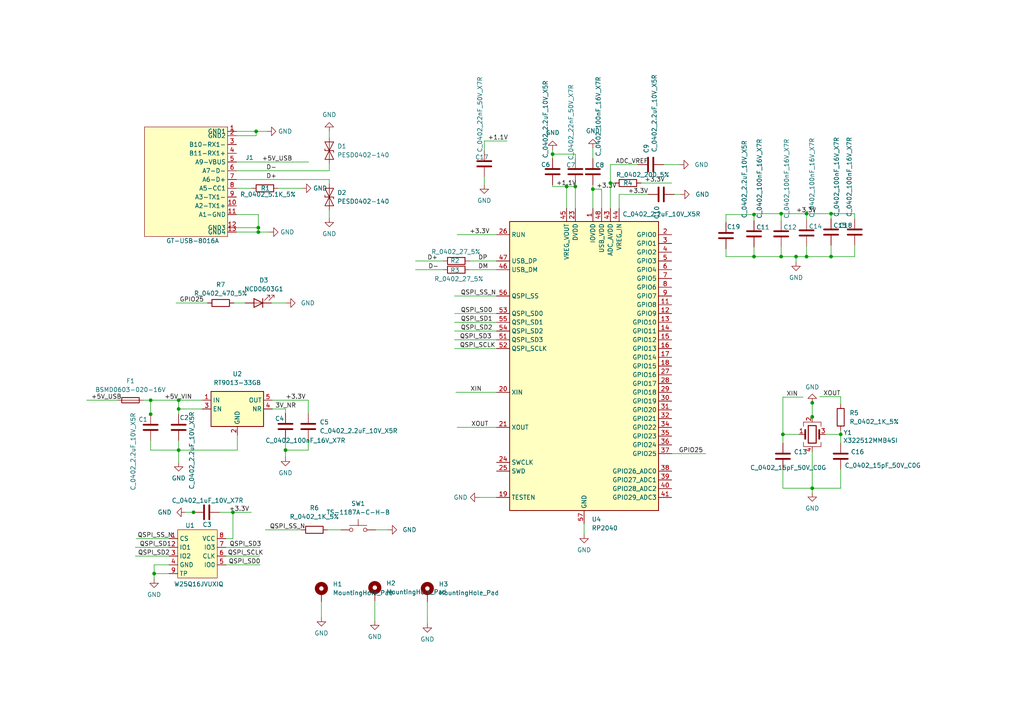
<source format=kicad_sch>
(kicad_sch (version 20230121) (generator eeschema)

  (uuid 23565470-b7de-4838-82e0-ed8b5b5b25cb)

  (paper "A4")

  (lib_symbols
    (symbol "Device:C" (pin_numbers hide) (pin_names (offset 0.254)) (in_bom yes) (on_board yes)
      (property "Reference" "C" (at 0.635 2.54 0)
        (effects (font (size 1.27 1.27)) (justify left))
      )
      (property "Value" "C" (at 0.635 -2.54 0)
        (effects (font (size 1.27 1.27)) (justify left))
      )
      (property "Footprint" "" (at 0.9652 -3.81 0)
        (effects (font (size 1.27 1.27)) hide)
      )
      (property "Datasheet" "~" (at 0 0 0)
        (effects (font (size 1.27 1.27)) hide)
      )
      (property "ki_keywords" "cap capacitor" (at 0 0 0)
        (effects (font (size 1.27 1.27)) hide)
      )
      (property "ki_description" "Unpolarized capacitor" (at 0 0 0)
        (effects (font (size 1.27 1.27)) hide)
      )
      (property "ki_fp_filters" "C_*" (at 0 0 0)
        (effects (font (size 1.27 1.27)) hide)
      )
      (symbol "C_0_1"
        (polyline
          (pts
            (xy -2.032 -0.762)
            (xy 2.032 -0.762)
          )
          (stroke (width 0.508) (type default))
          (fill (type none))
        )
        (polyline
          (pts
            (xy -2.032 0.762)
            (xy 2.032 0.762)
          )
          (stroke (width 0.508) (type default))
          (fill (type none))
        )
      )
      (symbol "C_1_1"
        (pin passive line (at 0 3.81 270) (length 2.794)
          (name "~" (effects (font (size 1.27 1.27))))
          (number "1" (effects (font (size 1.27 1.27))))
        )
        (pin passive line (at 0 -3.81 90) (length 2.794)
          (name "~" (effects (font (size 1.27 1.27))))
          (number "2" (effects (font (size 1.27 1.27))))
        )
      )
    )
    (symbol "Device:Crystal_GND24" (pin_names (offset 1.016) hide) (in_bom yes) (on_board yes)
      (property "Reference" "Y" (at 3.175 5.08 0)
        (effects (font (size 1.27 1.27)) (justify left))
      )
      (property "Value" "Crystal_GND24" (at 3.175 3.175 0)
        (effects (font (size 1.27 1.27)) (justify left))
      )
      (property "Footprint" "" (at 0 0 0)
        (effects (font (size 1.27 1.27)) hide)
      )
      (property "Datasheet" "~" (at 0 0 0)
        (effects (font (size 1.27 1.27)) hide)
      )
      (property "ki_keywords" "quartz ceramic resonator oscillator" (at 0 0 0)
        (effects (font (size 1.27 1.27)) hide)
      )
      (property "ki_description" "Four pin crystal, GND on pins 2 and 4" (at 0 0 0)
        (effects (font (size 1.27 1.27)) hide)
      )
      (property "ki_fp_filters" "Crystal*" (at 0 0 0)
        (effects (font (size 1.27 1.27)) hide)
      )
      (symbol "Crystal_GND24_0_1"
        (rectangle (start -1.143 2.54) (end 1.143 -2.54)
          (stroke (width 0.3048) (type default))
          (fill (type none))
        )
        (polyline
          (pts
            (xy -2.54 0)
            (xy -2.032 0)
          )
          (stroke (width 0) (type default))
          (fill (type none))
        )
        (polyline
          (pts
            (xy -2.032 -1.27)
            (xy -2.032 1.27)
          )
          (stroke (width 0.508) (type default))
          (fill (type none))
        )
        (polyline
          (pts
            (xy 0 -3.81)
            (xy 0 -3.556)
          )
          (stroke (width 0) (type default))
          (fill (type none))
        )
        (polyline
          (pts
            (xy 0 3.556)
            (xy 0 3.81)
          )
          (stroke (width 0) (type default))
          (fill (type none))
        )
        (polyline
          (pts
            (xy 2.032 -1.27)
            (xy 2.032 1.27)
          )
          (stroke (width 0.508) (type default))
          (fill (type none))
        )
        (polyline
          (pts
            (xy 2.032 0)
            (xy 2.54 0)
          )
          (stroke (width 0) (type default))
          (fill (type none))
        )
        (polyline
          (pts
            (xy -2.54 -2.286)
            (xy -2.54 -3.556)
            (xy 2.54 -3.556)
            (xy 2.54 -2.286)
          )
          (stroke (width 0) (type default))
          (fill (type none))
        )
        (polyline
          (pts
            (xy -2.54 2.286)
            (xy -2.54 3.556)
            (xy 2.54 3.556)
            (xy 2.54 2.286)
          )
          (stroke (width 0) (type default))
          (fill (type none))
        )
      )
      (symbol "Crystal_GND24_1_1"
        (pin passive line (at -3.81 0 0) (length 1.27)
          (name "1" (effects (font (size 1.27 1.27))))
          (number "1" (effects (font (size 1.27 1.27))))
        )
        (pin passive line (at 0 5.08 270) (length 1.27)
          (name "2" (effects (font (size 1.27 1.27))))
          (number "2" (effects (font (size 1.27 1.27))))
        )
        (pin passive line (at 3.81 0 180) (length 1.27)
          (name "3" (effects (font (size 1.27 1.27))))
          (number "3" (effects (font (size 1.27 1.27))))
        )
        (pin passive line (at 0 -5.08 90) (length 1.27)
          (name "4" (effects (font (size 1.27 1.27))))
          (number "4" (effects (font (size 1.27 1.27))))
        )
      )
    )
    (symbol "Device:Fuse" (pin_numbers hide) (pin_names (offset 0)) (in_bom yes) (on_board yes)
      (property "Reference" "F" (at 2.032 0 90)
        (effects (font (size 1.27 1.27)))
      )
      (property "Value" "Fuse" (at -1.905 0 90)
        (effects (font (size 1.27 1.27)))
      )
      (property "Footprint" "" (at -1.778 0 90)
        (effects (font (size 1.27 1.27)) hide)
      )
      (property "Datasheet" "~" (at 0 0 0)
        (effects (font (size 1.27 1.27)) hide)
      )
      (property "ki_keywords" "fuse" (at 0 0 0)
        (effects (font (size 1.27 1.27)) hide)
      )
      (property "ki_description" "Fuse" (at 0 0 0)
        (effects (font (size 1.27 1.27)) hide)
      )
      (property "ki_fp_filters" "*Fuse*" (at 0 0 0)
        (effects (font (size 1.27 1.27)) hide)
      )
      (symbol "Fuse_0_1"
        (rectangle (start -0.762 -2.54) (end 0.762 2.54)
          (stroke (width 0.254) (type default))
          (fill (type none))
        )
        (polyline
          (pts
            (xy 0 2.54)
            (xy 0 -2.54)
          )
          (stroke (width 0) (type default))
          (fill (type none))
        )
      )
      (symbol "Fuse_1_1"
        (pin passive line (at 0 3.81 270) (length 1.27)
          (name "~" (effects (font (size 1.27 1.27))))
          (number "1" (effects (font (size 1.27 1.27))))
        )
        (pin passive line (at 0 -3.81 90) (length 1.27)
          (name "~" (effects (font (size 1.27 1.27))))
          (number "2" (effects (font (size 1.27 1.27))))
        )
      )
    )
    (symbol "Device:LED" (pin_numbers hide) (pin_names (offset 1.016) hide) (in_bom yes) (on_board yes)
      (property "Reference" "D" (at 0 2.54 0)
        (effects (font (size 1.27 1.27)))
      )
      (property "Value" "LED" (at 0 -2.54 0)
        (effects (font (size 1.27 1.27)))
      )
      (property "Footprint" "" (at 0 0 0)
        (effects (font (size 1.27 1.27)) hide)
      )
      (property "Datasheet" "~" (at 0 0 0)
        (effects (font (size 1.27 1.27)) hide)
      )
      (property "ki_keywords" "LED diode" (at 0 0 0)
        (effects (font (size 1.27 1.27)) hide)
      )
      (property "ki_description" "Light emitting diode" (at 0 0 0)
        (effects (font (size 1.27 1.27)) hide)
      )
      (property "ki_fp_filters" "LED* LED_SMD:* LED_THT:*" (at 0 0 0)
        (effects (font (size 1.27 1.27)) hide)
      )
      (symbol "LED_0_1"
        (polyline
          (pts
            (xy -1.27 -1.27)
            (xy -1.27 1.27)
          )
          (stroke (width 0.254) (type default))
          (fill (type none))
        )
        (polyline
          (pts
            (xy -1.27 0)
            (xy 1.27 0)
          )
          (stroke (width 0) (type default))
          (fill (type none))
        )
        (polyline
          (pts
            (xy 1.27 -1.27)
            (xy 1.27 1.27)
            (xy -1.27 0)
            (xy 1.27 -1.27)
          )
          (stroke (width 0.254) (type default))
          (fill (type none))
        )
        (polyline
          (pts
            (xy -3.048 -0.762)
            (xy -4.572 -2.286)
            (xy -3.81 -2.286)
            (xy -4.572 -2.286)
            (xy -4.572 -1.524)
          )
          (stroke (width 0) (type default))
          (fill (type none))
        )
        (polyline
          (pts
            (xy -1.778 -0.762)
            (xy -3.302 -2.286)
            (xy -2.54 -2.286)
            (xy -3.302 -2.286)
            (xy -3.302 -1.524)
          )
          (stroke (width 0) (type default))
          (fill (type none))
        )
      )
      (symbol "LED_1_1"
        (pin passive line (at -3.81 0 0) (length 2.54)
          (name "K" (effects (font (size 1.27 1.27))))
          (number "1" (effects (font (size 1.27 1.27))))
        )
        (pin passive line (at 3.81 0 180) (length 2.54)
          (name "A" (effects (font (size 1.27 1.27))))
          (number "2" (effects (font (size 1.27 1.27))))
        )
      )
    )
    (symbol "Device:R" (pin_numbers hide) (pin_names (offset 0)) (in_bom yes) (on_board yes)
      (property "Reference" "R" (at 2.032 0 90)
        (effects (font (size 1.27 1.27)))
      )
      (property "Value" "R" (at 0 0 90)
        (effects (font (size 1.27 1.27)))
      )
      (property "Footprint" "" (at -1.778 0 90)
        (effects (font (size 1.27 1.27)) hide)
      )
      (property "Datasheet" "~" (at 0 0 0)
        (effects (font (size 1.27 1.27)) hide)
      )
      (property "ki_keywords" "R res resistor" (at 0 0 0)
        (effects (font (size 1.27 1.27)) hide)
      )
      (property "ki_description" "Resistor" (at 0 0 0)
        (effects (font (size 1.27 1.27)) hide)
      )
      (property "ki_fp_filters" "R_*" (at 0 0 0)
        (effects (font (size 1.27 1.27)) hide)
      )
      (symbol "R_0_1"
        (rectangle (start -1.016 -2.54) (end 1.016 2.54)
          (stroke (width 0.254) (type default))
          (fill (type none))
        )
      )
      (symbol "R_1_1"
        (pin passive line (at 0 3.81 270) (length 1.27)
          (name "~" (effects (font (size 1.27 1.27))))
          (number "1" (effects (font (size 1.27 1.27))))
        )
        (pin passive line (at 0 -3.81 90) (length 1.27)
          (name "~" (effects (font (size 1.27 1.27))))
          (number "2" (effects (font (size 1.27 1.27))))
        )
      )
    )
    (symbol "Diode:ESD9B5.0ST5G" (pin_numbers hide) (pin_names (offset 1.016) hide) (in_bom yes) (on_board yes)
      (property "Reference" "D" (at 0 2.54 0)
        (effects (font (size 1.27 1.27)))
      )
      (property "Value" "ESD9B5.0ST5G" (at 0 -2.54 0)
        (effects (font (size 1.27 1.27)))
      )
      (property "Footprint" "Diode_SMD:D_SOD-923" (at 0 0 0)
        (effects (font (size 1.27 1.27)) hide)
      )
      (property "Datasheet" "https://www.onsemi.com/pub/Collateral/ESD9B-D.PDF" (at 0 0 0)
        (effects (font (size 1.27 1.27)) hide)
      )
      (property "ki_keywords" "diode TVS ESD" (at 0 0 0)
        (effects (font (size 1.27 1.27)) hide)
      )
      (property "ki_description" "ESD protection diode, 5.0Vrwm, SOD-923" (at 0 0 0)
        (effects (font (size 1.27 1.27)) hide)
      )
      (property "ki_fp_filters" "D*SOD?923*" (at 0 0 0)
        (effects (font (size 1.27 1.27)) hide)
      )
      (symbol "ESD9B5.0ST5G_0_1"
        (polyline
          (pts
            (xy 1.27 0)
            (xy -1.27 0)
          )
          (stroke (width 0) (type default))
          (fill (type none))
        )
        (polyline
          (pts
            (xy -2.54 -1.27)
            (xy 0 0)
            (xy -2.54 1.27)
            (xy -2.54 -1.27)
          )
          (stroke (width 0.2032) (type default))
          (fill (type none))
        )
        (polyline
          (pts
            (xy 0.508 1.27)
            (xy 0 1.27)
            (xy 0 -1.27)
            (xy -0.508 -1.27)
          )
          (stroke (width 0.2032) (type default))
          (fill (type none))
        )
        (polyline
          (pts
            (xy 2.54 1.27)
            (xy 2.54 -1.27)
            (xy 0 0)
            (xy 2.54 1.27)
          )
          (stroke (width 0.2032) (type default))
          (fill (type none))
        )
      )
      (symbol "ESD9B5.0ST5G_1_1"
        (pin passive line (at -3.81 0 0) (length 2.54)
          (name "A1" (effects (font (size 1.27 1.27))))
          (number "1" (effects (font (size 1.27 1.27))))
        )
        (pin passive line (at 3.81 0 180) (length 2.54)
          (name "A2" (effects (font (size 1.27 1.27))))
          (number "2" (effects (font (size 1.27 1.27))))
        )
      )
    )
    (symbol "MCU_RaspberryPi:RP2040" (in_bom yes) (on_board yes)
      (property "Reference" "U" (at 17.78 45.72 0)
        (effects (font (size 1.27 1.27)))
      )
      (property "Value" "RP2040" (at 17.78 43.18 0)
        (effects (font (size 1.27 1.27)))
      )
      (property "Footprint" "Package_DFN_QFN:QFN-56-1EP_7x7mm_P0.4mm_EP3.2x3.2mm" (at 0 0 0)
        (effects (font (size 1.27 1.27)) hide)
      )
      (property "Datasheet" "https://datasheets.raspberrypi.com/rp2040/rp2040-datasheet.pdf" (at 0 0 0)
        (effects (font (size 1.27 1.27)) hide)
      )
      (property "ki_keywords" "RP2040 ARM Cortex-M0+ USB" (at 0 0 0)
        (effects (font (size 1.27 1.27)) hide)
      )
      (property "ki_description" "A microcontroller by Raspberry Pi" (at 0 0 0)
        (effects (font (size 1.27 1.27)) hide)
      )
      (property "ki_fp_filters" "QFN*1EP*7x7mm?P0.4mm*" (at 0 0 0)
        (effects (font (size 1.27 1.27)) hide)
      )
      (symbol "RP2040_0_1"
        (rectangle (start -21.59 41.91) (end 21.59 -41.91)
          (stroke (width 0.254) (type default))
          (fill (type background))
        )
      )
      (symbol "RP2040_1_1"
        (pin power_in line (at 2.54 45.72 270) (length 3.81)
          (name "IOVDD" (effects (font (size 1.27 1.27))))
          (number "1" (effects (font (size 1.27 1.27))))
        )
        (pin passive line (at 2.54 45.72 270) (length 3.81) hide
          (name "IOVDD" (effects (font (size 1.27 1.27))))
          (number "10" (effects (font (size 1.27 1.27))))
        )
        (pin bidirectional line (at 25.4 17.78 180) (length 3.81)
          (name "GPIO8" (effects (font (size 1.27 1.27))))
          (number "11" (effects (font (size 1.27 1.27))))
        )
        (pin bidirectional line (at 25.4 15.24 180) (length 3.81)
          (name "GPIO9" (effects (font (size 1.27 1.27))))
          (number "12" (effects (font (size 1.27 1.27))))
        )
        (pin bidirectional line (at 25.4 12.7 180) (length 3.81)
          (name "GPIO10" (effects (font (size 1.27 1.27))))
          (number "13" (effects (font (size 1.27 1.27))))
        )
        (pin bidirectional line (at 25.4 10.16 180) (length 3.81)
          (name "GPIO11" (effects (font (size 1.27 1.27))))
          (number "14" (effects (font (size 1.27 1.27))))
        )
        (pin bidirectional line (at 25.4 7.62 180) (length 3.81)
          (name "GPIO12" (effects (font (size 1.27 1.27))))
          (number "15" (effects (font (size 1.27 1.27))))
        )
        (pin bidirectional line (at 25.4 5.08 180) (length 3.81)
          (name "GPIO13" (effects (font (size 1.27 1.27))))
          (number "16" (effects (font (size 1.27 1.27))))
        )
        (pin bidirectional line (at 25.4 2.54 180) (length 3.81)
          (name "GPIO14" (effects (font (size 1.27 1.27))))
          (number "17" (effects (font (size 1.27 1.27))))
        )
        (pin bidirectional line (at 25.4 0 180) (length 3.81)
          (name "GPIO15" (effects (font (size 1.27 1.27))))
          (number "18" (effects (font (size 1.27 1.27))))
        )
        (pin input line (at -25.4 -38.1 0) (length 3.81)
          (name "TESTEN" (effects (font (size 1.27 1.27))))
          (number "19" (effects (font (size 1.27 1.27))))
        )
        (pin bidirectional line (at 25.4 38.1 180) (length 3.81)
          (name "GPIO0" (effects (font (size 1.27 1.27))))
          (number "2" (effects (font (size 1.27 1.27))))
        )
        (pin input line (at -25.4 -7.62 0) (length 3.81)
          (name "XIN" (effects (font (size 1.27 1.27))))
          (number "20" (effects (font (size 1.27 1.27))))
        )
        (pin passive line (at -25.4 -17.78 0) (length 3.81)
          (name "XOUT" (effects (font (size 1.27 1.27))))
          (number "21" (effects (font (size 1.27 1.27))))
        )
        (pin passive line (at 2.54 45.72 270) (length 3.81) hide
          (name "IOVDD" (effects (font (size 1.27 1.27))))
          (number "22" (effects (font (size 1.27 1.27))))
        )
        (pin power_in line (at -2.54 45.72 270) (length 3.81)
          (name "DVDD" (effects (font (size 1.27 1.27))))
          (number "23" (effects (font (size 1.27 1.27))))
        )
        (pin input line (at -25.4 -27.94 0) (length 3.81)
          (name "SWCLK" (effects (font (size 1.27 1.27))))
          (number "24" (effects (font (size 1.27 1.27))))
        )
        (pin bidirectional line (at -25.4 -30.48 0) (length 3.81)
          (name "SWD" (effects (font (size 1.27 1.27))))
          (number "25" (effects (font (size 1.27 1.27))))
        )
        (pin input line (at -25.4 38.1 0) (length 3.81)
          (name "RUN" (effects (font (size 1.27 1.27))))
          (number "26" (effects (font (size 1.27 1.27))))
        )
        (pin bidirectional line (at 25.4 -2.54 180) (length 3.81)
          (name "GPIO16" (effects (font (size 1.27 1.27))))
          (number "27" (effects (font (size 1.27 1.27))))
        )
        (pin bidirectional line (at 25.4 -5.08 180) (length 3.81)
          (name "GPIO17" (effects (font (size 1.27 1.27))))
          (number "28" (effects (font (size 1.27 1.27))))
        )
        (pin bidirectional line (at 25.4 -7.62 180) (length 3.81)
          (name "GPIO18" (effects (font (size 1.27 1.27))))
          (number "29" (effects (font (size 1.27 1.27))))
        )
        (pin bidirectional line (at 25.4 35.56 180) (length 3.81)
          (name "GPIO1" (effects (font (size 1.27 1.27))))
          (number "3" (effects (font (size 1.27 1.27))))
        )
        (pin bidirectional line (at 25.4 -10.16 180) (length 3.81)
          (name "GPIO19" (effects (font (size 1.27 1.27))))
          (number "30" (effects (font (size 1.27 1.27))))
        )
        (pin bidirectional line (at 25.4 -12.7 180) (length 3.81)
          (name "GPIO20" (effects (font (size 1.27 1.27))))
          (number "31" (effects (font (size 1.27 1.27))))
        )
        (pin bidirectional line (at 25.4 -15.24 180) (length 3.81)
          (name "GPIO21" (effects (font (size 1.27 1.27))))
          (number "32" (effects (font (size 1.27 1.27))))
        )
        (pin passive line (at 2.54 45.72 270) (length 3.81) hide
          (name "IOVDD" (effects (font (size 1.27 1.27))))
          (number "33" (effects (font (size 1.27 1.27))))
        )
        (pin bidirectional line (at 25.4 -17.78 180) (length 3.81)
          (name "GPIO22" (effects (font (size 1.27 1.27))))
          (number "34" (effects (font (size 1.27 1.27))))
        )
        (pin bidirectional line (at 25.4 -20.32 180) (length 3.81)
          (name "GPIO23" (effects (font (size 1.27 1.27))))
          (number "35" (effects (font (size 1.27 1.27))))
        )
        (pin bidirectional line (at 25.4 -22.86 180) (length 3.81)
          (name "GPIO24" (effects (font (size 1.27 1.27))))
          (number "36" (effects (font (size 1.27 1.27))))
        )
        (pin bidirectional line (at 25.4 -25.4 180) (length 3.81)
          (name "GPIO25" (effects (font (size 1.27 1.27))))
          (number "37" (effects (font (size 1.27 1.27))))
        )
        (pin bidirectional line (at 25.4 -30.48 180) (length 3.81)
          (name "GPIO26_ADC0" (effects (font (size 1.27 1.27))))
          (number "38" (effects (font (size 1.27 1.27))))
        )
        (pin bidirectional line (at 25.4 -33.02 180) (length 3.81)
          (name "GPIO27_ADC1" (effects (font (size 1.27 1.27))))
          (number "39" (effects (font (size 1.27 1.27))))
        )
        (pin bidirectional line (at 25.4 33.02 180) (length 3.81)
          (name "GPIO2" (effects (font (size 1.27 1.27))))
          (number "4" (effects (font (size 1.27 1.27))))
        )
        (pin bidirectional line (at 25.4 -35.56 180) (length 3.81)
          (name "GPIO28_ADC2" (effects (font (size 1.27 1.27))))
          (number "40" (effects (font (size 1.27 1.27))))
        )
        (pin bidirectional line (at 25.4 -38.1 180) (length 3.81)
          (name "GPIO29_ADC3" (effects (font (size 1.27 1.27))))
          (number "41" (effects (font (size 1.27 1.27))))
        )
        (pin passive line (at 2.54 45.72 270) (length 3.81) hide
          (name "IOVDD" (effects (font (size 1.27 1.27))))
          (number "42" (effects (font (size 1.27 1.27))))
        )
        (pin power_in line (at 7.62 45.72 270) (length 3.81)
          (name "ADC_AVDD" (effects (font (size 1.27 1.27))))
          (number "43" (effects (font (size 1.27 1.27))))
        )
        (pin power_in line (at 10.16 45.72 270) (length 3.81)
          (name "VREG_IN" (effects (font (size 1.27 1.27))))
          (number "44" (effects (font (size 1.27 1.27))))
        )
        (pin power_out line (at -5.08 45.72 270) (length 3.81)
          (name "VREG_VOUT" (effects (font (size 1.27 1.27))))
          (number "45" (effects (font (size 1.27 1.27))))
        )
        (pin bidirectional line (at -25.4 27.94 0) (length 3.81)
          (name "USB_DM" (effects (font (size 1.27 1.27))))
          (number "46" (effects (font (size 1.27 1.27))))
        )
        (pin bidirectional line (at -25.4 30.48 0) (length 3.81)
          (name "USB_DP" (effects (font (size 1.27 1.27))))
          (number "47" (effects (font (size 1.27 1.27))))
        )
        (pin power_in line (at 5.08 45.72 270) (length 3.81)
          (name "USB_VDD" (effects (font (size 1.27 1.27))))
          (number "48" (effects (font (size 1.27 1.27))))
        )
        (pin passive line (at 2.54 45.72 270) (length 3.81) hide
          (name "IOVDD" (effects (font (size 1.27 1.27))))
          (number "49" (effects (font (size 1.27 1.27))))
        )
        (pin bidirectional line (at 25.4 30.48 180) (length 3.81)
          (name "GPIO3" (effects (font (size 1.27 1.27))))
          (number "5" (effects (font (size 1.27 1.27))))
        )
        (pin passive line (at -2.54 45.72 270) (length 3.81) hide
          (name "DVDD" (effects (font (size 1.27 1.27))))
          (number "50" (effects (font (size 1.27 1.27))))
        )
        (pin bidirectional line (at -25.4 7.62 0) (length 3.81)
          (name "QSPI_SD3" (effects (font (size 1.27 1.27))))
          (number "51" (effects (font (size 1.27 1.27))))
        )
        (pin output line (at -25.4 5.08 0) (length 3.81)
          (name "QSPI_SCLK" (effects (font (size 1.27 1.27))))
          (number "52" (effects (font (size 1.27 1.27))))
        )
        (pin bidirectional line (at -25.4 15.24 0) (length 3.81)
          (name "QSPI_SD0" (effects (font (size 1.27 1.27))))
          (number "53" (effects (font (size 1.27 1.27))))
        )
        (pin bidirectional line (at -25.4 10.16 0) (length 3.81)
          (name "QSPI_SD2" (effects (font (size 1.27 1.27))))
          (number "54" (effects (font (size 1.27 1.27))))
        )
        (pin bidirectional line (at -25.4 12.7 0) (length 3.81)
          (name "QSPI_SD1" (effects (font (size 1.27 1.27))))
          (number "55" (effects (font (size 1.27 1.27))))
        )
        (pin bidirectional line (at -25.4 20.32 0) (length 3.81)
          (name "QSPI_SS" (effects (font (size 1.27 1.27))))
          (number "56" (effects (font (size 1.27 1.27))))
        )
        (pin power_in line (at 0 -45.72 90) (length 3.81)
          (name "GND" (effects (font (size 1.27 1.27))))
          (number "57" (effects (font (size 1.27 1.27))))
        )
        (pin bidirectional line (at 25.4 27.94 180) (length 3.81)
          (name "GPIO4" (effects (font (size 1.27 1.27))))
          (number "6" (effects (font (size 1.27 1.27))))
        )
        (pin bidirectional line (at 25.4 25.4 180) (length 3.81)
          (name "GPIO5" (effects (font (size 1.27 1.27))))
          (number "7" (effects (font (size 1.27 1.27))))
        )
        (pin bidirectional line (at 25.4 22.86 180) (length 3.81)
          (name "GPIO6" (effects (font (size 1.27 1.27))))
          (number "8" (effects (font (size 1.27 1.27))))
        )
        (pin bidirectional line (at 25.4 20.32 180) (length 3.81)
          (name "GPIO7" (effects (font (size 1.27 1.27))))
          (number "9" (effects (font (size 1.27 1.27))))
        )
      )
    )
    (symbol "Mechanical:MountingHole_Pad" (pin_numbers hide) (pin_names (offset 1.016) hide) (in_bom yes) (on_board yes)
      (property "Reference" "H" (at 0 6.35 0)
        (effects (font (size 1.27 1.27)))
      )
      (property "Value" "MountingHole_Pad" (at 0 4.445 0)
        (effects (font (size 1.27 1.27)))
      )
      (property "Footprint" "" (at 0 0 0)
        (effects (font (size 1.27 1.27)) hide)
      )
      (property "Datasheet" "~" (at 0 0 0)
        (effects (font (size 1.27 1.27)) hide)
      )
      (property "ki_keywords" "mounting hole" (at 0 0 0)
        (effects (font (size 1.27 1.27)) hide)
      )
      (property "ki_description" "Mounting Hole with connection" (at 0 0 0)
        (effects (font (size 1.27 1.27)) hide)
      )
      (property "ki_fp_filters" "MountingHole*Pad*" (at 0 0 0)
        (effects (font (size 1.27 1.27)) hide)
      )
      (symbol "MountingHole_Pad_0_1"
        (circle (center 0 1.27) (radius 1.27)
          (stroke (width 1.27) (type default))
          (fill (type none))
        )
      )
      (symbol "MountingHole_Pad_1_1"
        (pin input line (at 0 -2.54 90) (length 2.54)
          (name "1" (effects (font (size 1.27 1.27))))
          (number "1" (effects (font (size 1.27 1.27))))
        )
      )
    )
    (symbol "Regulator_Linear:TPS73633DBV" (in_bom yes) (on_board yes)
      (property "Reference" "U" (at -6.35 6.35 0)
        (effects (font (size 1.27 1.27)))
      )
      (property "Value" "TPS73633DBV" (at 1.27 6.35 0)
        (effects (font (size 1.27 1.27)) (justify left))
      )
      (property "Footprint" "Package_TO_SOT_SMD:SOT-23-5" (at 0 8.255 0)
        (effects (font (size 1.27 1.27) italic) hide)
      )
      (property "Datasheet" "http://www.ti.com/lit/ds/symlink/tps736.pdf" (at 0 -1.27 0)
        (effects (font (size 1.27 1.27)) hide)
      )
      (property "ki_keywords" "Cap free Fixed LDO 400mA" (at 0 0 0)
        (effects (font (size 1.27 1.27)) hide)
      )
      (property "ki_description" "Cap free NMOS 400mA Low Drop 3.3V Regulator, SOT-23-5" (at 0 0 0)
        (effects (font (size 1.27 1.27)) hide)
      )
      (property "ki_fp_filters" "SOT?23*" (at 0 0 0)
        (effects (font (size 1.27 1.27)) hide)
      )
      (symbol "TPS73633DBV_0_1"
        (rectangle (start -7.62 -5.08) (end 7.62 5.08)
          (stroke (width 0.254) (type default))
          (fill (type background))
        )
      )
      (symbol "TPS73633DBV_1_1"
        (pin power_in line (at -10.16 2.54 0) (length 2.54)
          (name "IN" (effects (font (size 1.27 1.27))))
          (number "1" (effects (font (size 1.27 1.27))))
        )
        (pin power_in line (at 0 -7.62 90) (length 2.54)
          (name "GND" (effects (font (size 1.27 1.27))))
          (number "2" (effects (font (size 1.27 1.27))))
        )
        (pin input line (at -10.16 0 0) (length 2.54)
          (name "EN" (effects (font (size 1.27 1.27))))
          (number "3" (effects (font (size 1.27 1.27))))
        )
        (pin passive line (at 10.16 0 180) (length 2.54)
          (name "NR" (effects (font (size 1.27 1.27))))
          (number "4" (effects (font (size 1.27 1.27))))
        )
        (pin power_out line (at 10.16 2.54 180) (length 2.54)
          (name "OUT" (effects (font (size 1.27 1.27))))
          (number "5" (effects (font (size 1.27 1.27))))
        )
      )
    )
    (symbol "Switch:SW_Push" (pin_numbers hide) (pin_names (offset 1.016) hide) (in_bom yes) (on_board yes)
      (property "Reference" "SW" (at 1.27 2.54 0)
        (effects (font (size 1.27 1.27)) (justify left))
      )
      (property "Value" "SW_Push" (at 0 -1.524 0)
        (effects (font (size 1.27 1.27)))
      )
      (property "Footprint" "" (at 0 5.08 0)
        (effects (font (size 1.27 1.27)) hide)
      )
      (property "Datasheet" "~" (at 0 5.08 0)
        (effects (font (size 1.27 1.27)) hide)
      )
      (property "ki_keywords" "switch normally-open pushbutton push-button" (at 0 0 0)
        (effects (font (size 1.27 1.27)) hide)
      )
      (property "ki_description" "Push button switch, generic, two pins" (at 0 0 0)
        (effects (font (size 1.27 1.27)) hide)
      )
      (symbol "SW_Push_0_1"
        (circle (center -2.032 0) (radius 0.508)
          (stroke (width 0) (type default))
          (fill (type none))
        )
        (polyline
          (pts
            (xy 0 1.27)
            (xy 0 3.048)
          )
          (stroke (width 0) (type default))
          (fill (type none))
        )
        (polyline
          (pts
            (xy 2.54 1.27)
            (xy -2.54 1.27)
          )
          (stroke (width 0) (type default))
          (fill (type none))
        )
        (circle (center 2.032 0) (radius 0.508)
          (stroke (width 0) (type default))
          (fill (type none))
        )
        (pin passive line (at -5.08 0 0) (length 2.54)
          (name "1" (effects (font (size 1.27 1.27))))
          (number "1" (effects (font (size 1.27 1.27))))
        )
        (pin passive line (at 5.08 0 180) (length 2.54)
          (name "2" (effects (font (size 1.27 1.27))))
          (number "2" (effects (font (size 1.27 1.27))))
        )
      )
    )
    (symbol "USB_C_PLUG_3.0:GT-USB-8016A" (in_bom yes) (on_board yes)
      (property "Reference" "J" (at 0 0 0)
        (effects (font (size 1.27 1.27)))
      )
      (property "Value" "GT-USB-8016A" (at 16.51 -24.13 0)
        (effects (font (size 1.27 1.27)))
      )
      (property "Footprint" "GT-USB-8016A:GT-USB-8016A" (at 19.05 -26.67 0)
        (effects (font (size 1.27 1.27)) hide)
      )
      (property "Datasheet" "" (at 0 0 0)
        (effects (font (size 1.27 1.27)) hide)
      )
      (symbol "GT-USB-8016A_1_1"
        (rectangle (start 6.35 8.89) (end 30.48 -22.86)
          (stroke (width 0) (type default))
          (fill (type background))
        )
        (pin power_out line (at 3.81 7.62 0) (length 2.54)
          (name "GND1" (effects (font (size 1.27 1.27))))
          (number "1" (effects (font (size 1.27 1.27))))
        )
        (pin bidirectional line (at 3.81 -13.97 0) (length 2.54)
          (name "A2-TX1+" (effects (font (size 1.27 1.27))))
          (number "10" (effects (font (size 1.27 1.27))))
        )
        (pin bidirectional line (at 3.81 -16.51 0) (length 2.54)
          (name "A1-GND" (effects (font (size 1.27 1.27))))
          (number "11" (effects (font (size 1.27 1.27))))
        )
        (pin power_out line (at 3.81 -20.32 0) (length 2.54)
          (name "GND3" (effects (font (size 1.27 1.27))))
          (number "12" (effects (font (size 1.27 1.27))))
        )
        (pin power_out line (at 3.81 -21.59 0) (length 2.54)
          (name "GND4" (effects (font (size 1.27 1.27))))
          (number "13" (effects (font (size 1.27 1.27))))
        )
        (pin power_out line (at 3.81 6.35 0) (length 2.54)
          (name "GND2" (effects (font (size 1.27 1.27))))
          (number "2" (effects (font (size 1.27 1.27))))
        )
        (pin bidirectional line (at 3.81 3.81 0) (length 2.54)
          (name "B10-RX1-" (effects (font (size 1.27 1.27))))
          (number "3" (effects (font (size 1.27 1.27))))
        )
        (pin bidirectional line (at 3.81 1.27 0) (length 2.54)
          (name "B11-RX1+" (effects (font (size 1.27 1.27))))
          (number "4" (effects (font (size 1.27 1.27))))
        )
        (pin bidirectional line (at 3.81 -1.27 0) (length 2.54)
          (name "A9-VBUS" (effects (font (size 1.27 1.27))))
          (number "5" (effects (font (size 1.27 1.27))))
        )
        (pin bidirectional line (at 3.81 -3.81 0) (length 2.54)
          (name "A7-D-" (effects (font (size 1.27 1.27))))
          (number "6" (effects (font (size 1.27 1.27))))
        )
        (pin bidirectional line (at 3.81 -6.35 0) (length 2.54)
          (name "A6-D+" (effects (font (size 1.27 1.27))))
          (number "7" (effects (font (size 1.27 1.27))))
        )
        (pin bidirectional line (at 3.81 -8.89 0) (length 2.54)
          (name "A5-CC1" (effects (font (size 1.27 1.27))))
          (number "8" (effects (font (size 1.27 1.27))))
        )
        (pin bidirectional line (at 3.81 -11.43 0) (length 2.54)
          (name "A3-TX1-" (effects (font (size 1.27 1.27))))
          (number "9" (effects (font (size 1.27 1.27))))
        )
      )
    )
    (symbol "W25Q16JVUXIQ:W25Q16JVUXIQ" (in_bom yes) (on_board yes)
      (property "Reference" "U" (at -3.81 7.62 0)
        (effects (font (size 1.27 1.27)))
      )
      (property "Value" "W25Q16JVUXIQ" (at -2.54 -6.35 0)
        (effects (font (size 1.27 1.27)))
      )
      (property "Footprint" "" (at 0 0 0)
        (effects (font (size 1.27 1.27)) hide)
      )
      (property "Datasheet" "" (at 0 0 0)
        (effects (font (size 1.27 1.27)) hide)
      )
      (symbol "W25Q16JVUXIQ_1_1"
        (rectangle (start -8.89 8.89) (end 2.54 -5.08)
          (stroke (width 0) (type default))
          (fill (type background))
        )
        (pin input line (at -11.43 6.35 0) (length 2.54)
          (name "CS" (effects (font (size 1.27 1.27))))
          (number "1" (effects (font (size 1.27 1.27))))
        )
        (pin output line (at -11.43 3.81 0) (length 2.54)
          (name "IO1" (effects (font (size 1.27 1.27))))
          (number "2" (effects (font (size 1.27 1.27))))
        )
        (pin input line (at -11.43 1.27 0) (length 2.54)
          (name "IO2" (effects (font (size 1.27 1.27))))
          (number "3" (effects (font (size 1.27 1.27))))
        )
        (pin power_out line (at -11.43 -1.27 0) (length 2.54)
          (name "GND" (effects (font (size 1.27 1.27))))
          (number "4" (effects (font (size 1.27 1.27))))
        )
        (pin input line (at 5.08 -1.27 180) (length 2.54)
          (name "IO0" (effects (font (size 1.27 1.27))))
          (number "5" (effects (font (size 1.27 1.27))))
        )
        (pin input line (at 5.08 1.27 180) (length 2.54)
          (name "CLK" (effects (font (size 1.27 1.27))))
          (number "6" (effects (font (size 1.27 1.27))))
        )
        (pin input line (at 5.08 3.81 180) (length 2.54)
          (name "IO3" (effects (font (size 1.27 1.27))))
          (number "7" (effects (font (size 1.27 1.27))))
        )
        (pin power_in line (at 5.08 6.35 180) (length 2.54)
          (name "VCC" (effects (font (size 1.27 1.27))))
          (number "8" (effects (font (size 1.27 1.27))))
        )
        (pin power_out line (at -11.43 -3.81 0) (length 2.54)
          (name "TP" (effects (font (size 1.27 1.27))))
          (number "9" (effects (font (size 1.27 1.27))))
        )
      )
    )
    (symbol "power:GND" (power) (pin_names (offset 0)) (in_bom yes) (on_board yes)
      (property "Reference" "#PWR" (at 0 -6.35 0)
        (effects (font (size 1.27 1.27)) hide)
      )
      (property "Value" "GND" (at 0 -3.81 0)
        (effects (font (size 1.27 1.27)))
      )
      (property "Footprint" "" (at 0 0 0)
        (effects (font (size 1.27 1.27)) hide)
      )
      (property "Datasheet" "" (at 0 0 0)
        (effects (font (size 1.27 1.27)) hide)
      )
      (property "ki_keywords" "global power" (at 0 0 0)
        (effects (font (size 1.27 1.27)) hide)
      )
      (property "ki_description" "Power symbol creates a global label with name \"GND\" , ground" (at 0 0 0)
        (effects (font (size 1.27 1.27)) hide)
      )
      (symbol "GND_0_1"
        (polyline
          (pts
            (xy 0 0)
            (xy 0 -1.27)
            (xy 1.27 -1.27)
            (xy 0 -2.54)
            (xy -1.27 -1.27)
            (xy 0 -1.27)
          )
          (stroke (width 0) (type default))
          (fill (type none))
        )
      )
      (symbol "GND_1_1"
        (pin power_in line (at 0 0 270) (length 0) hide
          (name "GND" (effects (font (size 1.27 1.27))))
          (number "1" (effects (font (size 1.27 1.27))))
        )
      )
    )
  )

  (junction (at 82.804 130.556) (diameter 0) (color 0 0 0 0)
    (uuid 0c20e363-20e2-42d9-a338-a2f2671d5e64)
  )
  (junction (at 51.816 116.078) (diameter 0) (color 0 0 0 0)
    (uuid 11c5075a-e0ca-4d60-b02e-b93bce088804)
  )
  (junction (at 74.93 67.31) (diameter 0) (color 0 0 0 0)
    (uuid 18d57599-795f-45a9-a354-6ac9066304eb)
  )
  (junction (at 243.84 125.984) (diameter 0) (color 0 0 0 0)
    (uuid 1ff9a886-55a4-4061-9224-0aa269cadb65)
  )
  (junction (at 51.816 118.618) (diameter 0) (color 0 0 0 0)
    (uuid 2b3a595a-145f-4b73-8207-b6998b14488c)
  )
  (junction (at 226.568 74.422) (diameter 0) (color 0 0 0 0)
    (uuid 41961550-3434-48de-a257-9749e4a9853e)
  )
  (junction (at 235.585 120.904) (diameter 0) (color 0 0 0 0)
    (uuid 44fef437-4993-44e9-811c-586cd99aa45f)
  )
  (junction (at 160.274 44.704) (diameter 0) (color 0 0 0 0)
    (uuid 45abe76a-474b-4a34-b19a-a7f376269c7c)
  )
  (junction (at 164.338 54.102) (diameter 0) (color 0 0 0 0)
    (uuid 59b46280-27b6-48b4-b42b-9eeb64e0b639)
  )
  (junction (at 227.076 125.984) (diameter 0) (color 0 0 0 0)
    (uuid 615b7352-22cc-4b1b-bbd6-7d6c4cb8c331)
  )
  (junction (at 74.295 38.1) (diameter 0) (color 0 0 0 0)
    (uuid 6d5763a6-bf95-4257-b4ad-b8f47609eea1)
  )
  (junction (at 241.046 61.976) (diameter 0) (color 0 0 0 0)
    (uuid 6d7596b2-478c-4c8f-9d40-df84aa8353d3)
  )
  (junction (at 56.134 148.59) (diameter 0) (color 0 0 0 0)
    (uuid 75129242-c203-4652-b58b-47eb40223a1e)
  )
  (junction (at 233.934 74.422) (diameter 0) (color 0 0 0 0)
    (uuid 78b0bd9d-3269-4b48-aebc-770d2d151072)
  )
  (junction (at 226.568 61.976) (diameter 0) (color 0 0 0 0)
    (uuid 79f5a0ed-77d7-43d1-8f9d-2a239ba65f6f)
  )
  (junction (at 233.934 61.976) (diameter 0) (color 0 0 0 0)
    (uuid 7a8aa6d7-1e59-41d1-9b8a-32faa78b75d4)
  )
  (junction (at 241.046 74.422) (diameter 0) (color 0 0 0 0)
    (uuid 812062f4-7dad-4d6d-8ab9-c38ebf024f6e)
  )
  (junction (at 74.93 66.04) (diameter 0) (color 0 0 0 0)
    (uuid 854166aa-6897-466b-b738-06f833a320e4)
  )
  (junction (at 171.958 54.864) (diameter 0) (color 0 0 0 0)
    (uuid 896ce0fa-7d92-4ed4-a2a2-129c89a45891)
  )
  (junction (at 177.038 53.086) (diameter 0) (color 0 0 0 0)
    (uuid 97c01a74-aec9-4818-8e12-7451ac7ffced)
  )
  (junction (at 44.704 166.37) (diameter 0) (color 0 0 0 0)
    (uuid 9b7ca613-4fa3-4aad-9a8a-9a5c5b3c144e)
  )
  (junction (at 235.585 116.84) (diameter 0) (color 0 0 0 0)
    (uuid a97b2a92-86a0-473a-827b-3fff5d1c38e5)
  )
  (junction (at 235.585 141.605) (diameter 0) (color 0 0 0 0)
    (uuid b3796c5f-4513-44a0-908d-9f57ef433d3c)
  )
  (junction (at 51.816 130.556) (diameter 0) (color 0 0 0 0)
    (uuid c15f9d6f-7705-4482-b943-f30e9e473140)
  )
  (junction (at 43.688 120.142) (diameter 0) (color 0 0 0 0)
    (uuid c4419cf7-20ad-43f3-8d81-3e543d33194b)
  )
  (junction (at 218.694 74.422) (diameter 0) (color 0 0 0 0)
    (uuid c53653b8-0c10-4a1d-8154-c1c50a5cea8d)
  )
  (junction (at 218.694 62.23) (diameter 0) (color 0 0 0 0)
    (uuid c75a1c14-d1b8-436b-9c90-87e9975ee934)
  )
  (junction (at 230.886 74.422) (diameter 0) (color 0 0 0 0)
    (uuid d6b2f08e-8a4f-41dc-8636-e5dc0bd957c0)
  )
  (junction (at 43.688 116.078) (diameter 0) (color 0 0 0 0)
    (uuid eba3c725-e8f5-413b-8bbc-1a245e86d867)
  )
  (junction (at 166.878 54.102) (diameter 0) (color 0 0 0 0)
    (uuid f01ce204-41fc-4d1c-b423-c5bb32f50636)
  )
  (junction (at 67.564 148.59) (diameter 0) (color 0 0 0 0)
    (uuid f71fcbc8-8bf2-482d-a0bb-7364ed5478b3)
  )

  (wire (pts (xy 174.498 60.452) (xy 174.498 54.864))
    (stroke (width 0) (type default))
    (uuid 00ed69d9-0323-482f-8869-4429602bcb8a)
  )
  (wire (pts (xy 131.826 101.092) (xy 144.018 101.092))
    (stroke (width 0) (type default))
    (uuid 0187ffa3-6d70-4891-9780-8d364d126713)
  )
  (wire (pts (xy 140.462 51.308) (xy 140.462 53.594))
    (stroke (width 0) (type default))
    (uuid 04339f20-9b64-4bb3-b376-516502fdcb95)
  )
  (wire (pts (xy 131.826 93.472) (xy 144.018 93.472))
    (stroke (width 0) (type default))
    (uuid 04ddf777-79ea-425f-8299-297c62330737)
  )
  (wire (pts (xy 166.878 54.102) (xy 166.878 60.452))
    (stroke (width 0) (type default))
    (uuid 052dad84-bff0-4228-bd59-edfb32db3286)
  )
  (wire (pts (xy 43.688 116.078) (xy 43.688 120.142))
    (stroke (width 0) (type default))
    (uuid 07ebfc9f-2696-4b09-aeef-2295b6afc1f4)
  )
  (wire (pts (xy 108.712 174.244) (xy 108.712 180.086))
    (stroke (width 0) (type default))
    (uuid 0ba9264a-0fa5-49a5-80f0-8eba18469037)
  )
  (wire (pts (xy 89.408 116.078) (xy 89.408 119.888))
    (stroke (width 0) (type default))
    (uuid 0c28627a-b94b-4647-9745-75ef3065b754)
  )
  (wire (pts (xy 179.578 56.388) (xy 187.96 56.388))
    (stroke (width 0) (type default))
    (uuid 0d280429-00e9-49cf-8801-ec905c6b3aa7)
  )
  (wire (pts (xy 43.688 130.556) (xy 51.816 130.556))
    (stroke (width 0) (type default))
    (uuid 0f2b0929-1273-427e-a150-13f66a921bfc)
  )
  (wire (pts (xy 235.585 116.84) (xy 235.585 120.904))
    (stroke (width 0) (type default))
    (uuid 10927fa9-4b00-4747-bd79-ffcea76b37e0)
  )
  (wire (pts (xy 233.934 74.422) (xy 230.886 74.422))
    (stroke (width 0) (type default))
    (uuid 127b7e4c-b270-4c36-a746-071bf866bf73)
  )
  (wire (pts (xy 43.688 120.142) (xy 43.688 120.269))
    (stroke (width 0) (type default))
    (uuid 131a29b8-f160-4832-915d-90bc568627f4)
  )
  (wire (pts (xy 164.338 54.102) (xy 160.274 54.102))
    (stroke (width 0) (type default))
    (uuid 15d13fd7-b1f1-474b-aa0c-6d96639b28e0)
  )
  (wire (pts (xy 39.243 161.29) (xy 49.022 161.29))
    (stroke (width 0) (type default))
    (uuid 168254ac-140b-4f4a-a8b8-e0ca7ed98ac4)
  )
  (wire (pts (xy 68.58 66.04) (xy 74.93 66.04))
    (stroke (width 0) (type default))
    (uuid 17993ddd-79a5-4233-b28c-c3037673ad39)
  )
  (wire (pts (xy 195.58 56.388) (xy 197.358 56.388))
    (stroke (width 0) (type default))
    (uuid 181d4e15-3092-44d8-aef2-b0c74fc9c0e3)
  )
  (wire (pts (xy 136.144 78.232) (xy 144.018 78.232))
    (stroke (width 0) (type default))
    (uuid 1fe8178b-13a4-4517-9282-7aec9dcc824e)
  )
  (wire (pts (xy 74.93 67.31) (xy 78.105 67.31))
    (stroke (width 0) (type default))
    (uuid 20698673-ffd3-4977-a433-82e22dbb432b)
  )
  (wire (pts (xy 78.74 87.884) (xy 83.058 87.884))
    (stroke (width 0) (type default))
    (uuid 217d346e-6ac6-42c8-ad05-353cdc5c96c3)
  )
  (wire (pts (xy 51.816 116.078) (xy 58.674 116.078))
    (stroke (width 0) (type default))
    (uuid 23c22de7-2331-4b30-86ce-a3400bd3c0fa)
  )
  (wire (pts (xy 131.826 98.552) (xy 144.018 98.552))
    (stroke (width 0) (type default))
    (uuid 24430349-84d9-4a34-8d07-4c4752b9fd51)
  )
  (wire (pts (xy 82.804 130.556) (xy 82.804 127.508))
    (stroke (width 0) (type default))
    (uuid 25134c26-4752-407f-a809-95a7ff669631)
  )
  (wire (pts (xy 160.274 43.434) (xy 160.274 44.704))
    (stroke (width 0) (type default))
    (uuid 27a9ae2f-dcc1-4165-9094-f468dd739e0c)
  )
  (wire (pts (xy 65.532 158.75) (xy 75.438 158.75))
    (stroke (width 0) (type default))
    (uuid 27de9464-2816-4c30-9a17-5d3ded42cdea)
  )
  (wire (pts (xy 160.274 44.704) (xy 160.274 45.974))
    (stroke (width 0) (type default))
    (uuid 2a313e79-f57b-475e-8504-2e63fbc2255f)
  )
  (wire (pts (xy 95.504 47.498) (xy 95.504 49.53))
    (stroke (width 0) (type default))
    (uuid 2bc10277-8b1f-45a2-9fd1-900922492983)
  )
  (wire (pts (xy 120.523 78.232) (xy 128.524 78.232))
    (stroke (width 0) (type default))
    (uuid 2cbff20e-8cc2-4dec-a4c7-f556afa32294)
  )
  (wire (pts (xy 185.928 53.086) (xy 194.818 53.086))
    (stroke (width 0) (type default))
    (uuid 2cf25dcc-d8fe-4467-aa39-902ac75fe231)
  )
  (wire (pts (xy 76.962 153.67) (xy 87.376 153.67))
    (stroke (width 0) (type default))
    (uuid 2dcfca1b-28df-48ec-9581-34381d58538b)
  )
  (wire (pts (xy 241.046 71.12) (xy 241.046 74.422))
    (stroke (width 0) (type default))
    (uuid 2e10b0c7-aad0-4101-b608-8a4e05ef72b2)
  )
  (wire (pts (xy 140.462 40.894) (xy 147.066 40.894))
    (stroke (width 0) (type default))
    (uuid 2efe6d6c-9256-4041-b951-05133f947a58)
  )
  (wire (pts (xy 68.58 52.07) (xy 95.504 52.07))
    (stroke (width 0) (type default))
    (uuid 3338218f-6d19-43c5-8fb4-a8e6a6e211cd)
  )
  (wire (pts (xy 131.826 85.852) (xy 144.018 85.852))
    (stroke (width 0) (type default))
    (uuid 33f2c84e-28c6-46f9-8287-2c39c044b873)
  )
  (wire (pts (xy 194.818 131.572) (xy 204.724 131.572))
    (stroke (width 0) (type default))
    (uuid 3a3075ec-0741-4160-9d8a-d12bd558d884)
  )
  (wire (pts (xy 144.018 113.792) (xy 132.207 113.792))
    (stroke (width 0) (type default))
    (uuid 3a74b5ab-a8e2-4e6a-ad22-160e9c06b741)
  )
  (wire (pts (xy 131.826 96.012) (xy 144.018 96.012))
    (stroke (width 0) (type default))
    (uuid 3c1fdffa-5d25-4d5a-962b-96b1ed364893)
  )
  (wire (pts (xy 78.994 116.078) (xy 89.408 116.078))
    (stroke (width 0) (type default))
    (uuid 3c7e79dd-a987-4ccc-b84b-f3c46d4b0451)
  )
  (wire (pts (xy 25.146 116.078) (xy 34.036 116.078))
    (stroke (width 0) (type default))
    (uuid 3e0d257a-4299-403a-8793-5635fa8bce9e)
  )
  (wire (pts (xy 138.938 144.272) (xy 144.018 144.272))
    (stroke (width 0) (type default))
    (uuid 3e8dc61d-b7e3-4b2a-a2f1-249d33d3065d)
  )
  (wire (pts (xy 74.93 62.23) (xy 74.93 66.04))
    (stroke (width 0) (type default))
    (uuid 3fac8e0a-40f7-4d72-b813-480434450642)
  )
  (wire (pts (xy 68.58 46.99) (xy 89.535 46.99))
    (stroke (width 0) (type default))
    (uuid 412b87d6-3537-442e-8783-c657ce9273e7)
  )
  (wire (pts (xy 132.588 68.072) (xy 144.018 68.072))
    (stroke (width 0) (type default))
    (uuid 4153e3bb-79b7-4fef-9684-35b80756d1c5)
  )
  (wire (pts (xy 68.58 49.53) (xy 95.504 49.53))
    (stroke (width 0) (type default))
    (uuid 419b49a6-f79b-46ff-ac61-c642d288d5f8)
  )
  (wire (pts (xy 89.408 127.508) (xy 89.408 130.556))
    (stroke (width 0) (type default))
    (uuid 4223a1ee-ad38-45f3-a73f-03c235c4e136)
  )
  (wire (pts (xy 93.218 174.498) (xy 93.218 179.07))
    (stroke (width 0) (type default))
    (uuid 4368f33b-466c-4123-a4c8-4ad334a940d4)
  )
  (wire (pts (xy 230.886 74.422) (xy 230.886 75.946))
    (stroke (width 0) (type default))
    (uuid 43c4ea5f-f5ec-47e6-803a-b4eb16a7c83c)
  )
  (wire (pts (xy 218.694 62.23) (xy 218.694 61.976))
    (stroke (width 0) (type default))
    (uuid 43e219e2-0d3d-44cf-95da-7b2740156df6)
  )
  (wire (pts (xy 120.523 75.692) (xy 128.524 75.692))
    (stroke (width 0) (type default))
    (uuid 4413a847-614b-4acf-b07b-9e947d0e53f6)
  )
  (wire (pts (xy 192.532 47.752) (xy 197.104 47.752))
    (stroke (width 0) (type default))
    (uuid 453d9b0b-beb0-4bff-803d-caa1f251dcb0)
  )
  (wire (pts (xy 39.243 158.75) (xy 49.022 158.75))
    (stroke (width 0) (type default))
    (uuid 47650ad8-4f78-4b10-bf6d-1a6f845ce35b)
  )
  (wire (pts (xy 74.295 38.1) (xy 77.47 38.1))
    (stroke (width 0) (type default))
    (uuid 481571d0-4a9c-4bcb-a150-706c69e7bfee)
  )
  (wire (pts (xy 243.84 141.605) (xy 235.585 141.605))
    (stroke (width 0) (type default))
    (uuid 4844e8e3-f5b8-4f12-862e-008fa90162cc)
  )
  (wire (pts (xy 235.585 141.605) (xy 235.585 142.875))
    (stroke (width 0) (type default))
    (uuid 494e5618-238e-4ae8-8e74-153292b9098a)
  )
  (wire (pts (xy 68.58 62.23) (xy 74.93 62.23))
    (stroke (width 0) (type default))
    (uuid 499e9160-5671-4b04-a73a-6c5c279a58f0)
  )
  (wire (pts (xy 44.704 167.894) (xy 44.704 166.37))
    (stroke (width 0) (type default))
    (uuid 49a51c65-9b9d-4896-bbd2-84805907db32)
  )
  (wire (pts (xy 210.566 62.23) (xy 218.694 62.23))
    (stroke (width 0) (type default))
    (uuid 4a5d36f9-c5a4-4bc0-ab46-06b893094f0f)
  )
  (wire (pts (xy 65.532 156.21) (xy 67.564 156.21))
    (stroke (width 0) (type default))
    (uuid 4b859511-ceb1-4b08-943a-9a7c31651e98)
  )
  (wire (pts (xy 136.144 75.692) (xy 144.018 75.692))
    (stroke (width 0) (type default))
    (uuid 4dddc4a0-25ab-4732-a6e8-6924626d9cfb)
  )
  (wire (pts (xy 68.58 67.31) (xy 74.93 67.31))
    (stroke (width 0) (type default))
    (uuid 55b8739b-3180-405f-9662-efa6ca2655d4)
  )
  (wire (pts (xy 177.038 47.752) (xy 184.912 47.752))
    (stroke (width 0) (type default))
    (uuid 561a6adc-74eb-4ac0-84bf-4e4f4bca9c8f)
  )
  (wire (pts (xy 74.295 38.1) (xy 74.295 39.37))
    (stroke (width 0) (type default))
    (uuid 56d3a732-47f4-4e8a-8f30-c1919eea6ab4)
  )
  (wire (pts (xy 44.704 163.83) (xy 44.704 166.37))
    (stroke (width 0) (type default))
    (uuid 5a02e10f-f1f8-45a7-a132-7ea7a5e40964)
  )
  (wire (pts (xy 140.462 43.688) (xy 140.462 40.894))
    (stroke (width 0) (type default))
    (uuid 5cbb71f1-84ee-4a10-891b-e9d15a426b31)
  )
  (wire (pts (xy 247.904 74.422) (xy 241.046 74.422))
    (stroke (width 0) (type default))
    (uuid 5d7aa6f8-bc6d-4b9f-b912-1287e62f3040)
  )
  (wire (pts (xy 169.418 151.892) (xy 169.418 154.94))
    (stroke (width 0) (type default))
    (uuid 60456dc0-98bf-408e-b3ef-8d310259930f)
  )
  (wire (pts (xy 63.754 148.59) (xy 67.564 148.59))
    (stroke (width 0) (type default))
    (uuid 667d6972-9ce5-4373-bd92-1bcf402fd2f1)
  )
  (wire (pts (xy 243.84 125.984) (xy 239.395 125.984))
    (stroke (width 0) (type default))
    (uuid 69df4e4b-1ab2-4e91-89fa-45f992fce96c)
  )
  (wire (pts (xy 51.816 118.618) (xy 51.816 116.078))
    (stroke (width 0) (type default))
    (uuid 6c250435-fc4b-44aa-8708-f984983460d4)
  )
  (wire (pts (xy 218.694 64.008) (xy 218.694 62.23))
    (stroke (width 0) (type default))
    (uuid 6e1714d1-ef79-4a08-9741-b5aa6cca43e7)
  )
  (wire (pts (xy 95.504 53.34) (xy 95.504 52.07))
    (stroke (width 0) (type default))
    (uuid 6e251354-90ec-4bcf-899f-d35a6f09d9b1)
  )
  (wire (pts (xy 80.645 54.61) (xy 87.63 54.61))
    (stroke (width 0) (type default))
    (uuid 6e737e73-1313-4c03-b41d-bc8901f38526)
  )
  (wire (pts (xy 95.504 38.1) (xy 95.504 39.878))
    (stroke (width 0) (type default))
    (uuid 6fd0c850-db01-4fab-96b9-42c648bd5859)
  )
  (wire (pts (xy 227.076 115.189) (xy 227.076 125.984))
    (stroke (width 0) (type default))
    (uuid 71236567-a4a2-473c-a52d-d8cb9af404fb)
  )
  (wire (pts (xy 235.585 116.586) (xy 235.585 116.84))
    (stroke (width 0) (type default))
    (uuid 712a48dc-842f-4026-9d11-62123ff2ab4f)
  )
  (wire (pts (xy 233.934 71.374) (xy 233.934 74.422))
    (stroke (width 0) (type default))
    (uuid 734c8ce6-3446-47d6-8484-57181a2f1b41)
  )
  (wire (pts (xy 179.578 60.452) (xy 179.578 56.388))
    (stroke (width 0) (type default))
    (uuid 75795fcd-6bee-4f82-a077-8f89dc5e6262)
  )
  (wire (pts (xy 243.84 117.221) (xy 243.84 115.062))
    (stroke (width 0) (type default))
    (uuid 768f7118-c644-43ce-a754-309f57cde8f5)
  )
  (wire (pts (xy 160.274 54.102) (xy 160.274 53.594))
    (stroke (width 0) (type default))
    (uuid 76ef42e3-9188-4f07-b5a3-eddced4be2fc)
  )
  (wire (pts (xy 53.848 148.59) (xy 56.134 148.59))
    (stroke (width 0) (type default))
    (uuid 77aa7445-236a-43ac-8d46-7a5167fcfa0b)
  )
  (wire (pts (xy 51.816 118.618) (xy 58.674 118.618))
    (stroke (width 0) (type default))
    (uuid 7a337cbf-2259-4697-af30-770110363772)
  )
  (wire (pts (xy 166.878 44.704) (xy 160.274 44.704))
    (stroke (width 0) (type default))
    (uuid 7b0b724a-429f-49dc-b4e4-266ea8c94d0c)
  )
  (wire (pts (xy 171.958 54.864) (xy 171.958 60.452))
    (stroke (width 0) (type default))
    (uuid 7b458cea-36e6-46ae-8b45-8583b6e5b752)
  )
  (wire (pts (xy 43.688 127.762) (xy 43.688 130.556))
    (stroke (width 0) (type default))
    (uuid 7ff07aac-6706-440f-8c4c-91aa0cbb3d91)
  )
  (wire (pts (xy 227.076 125.984) (xy 231.775 125.984))
    (stroke (width 0) (type default))
    (uuid 8811053d-b25f-42e8-887d-2dee05ffdc99)
  )
  (wire (pts (xy 78.994 118.618) (xy 82.804 118.618))
    (stroke (width 0) (type default))
    (uuid 8a6ffaa4-6265-4477-97e5-526e8b997330)
  )
  (wire (pts (xy 65.532 163.83) (xy 75.438 163.83))
    (stroke (width 0) (type default))
    (uuid 8cef8fbf-fece-4078-877f-bcbd2ea3a2b9)
  )
  (wire (pts (xy 74.93 66.04) (xy 74.93 67.31))
    (stroke (width 0) (type default))
    (uuid 90d9d57f-31f4-4a0f-9e25-5862ad8eda90)
  )
  (wire (pts (xy 164.338 54.102) (xy 164.338 60.452))
    (stroke (width 0) (type default))
    (uuid 92eccc48-d44d-4d07-831e-9583631b6602)
  )
  (wire (pts (xy 67.818 87.884) (xy 71.12 87.884))
    (stroke (width 0) (type default))
    (uuid 9608129f-281f-45dd-a45b-a436511df35c)
  )
  (wire (pts (xy 123.952 174.498) (xy 123.952 180.848))
    (stroke (width 0) (type default))
    (uuid 96bd1ee0-bc22-4a2d-a263-cc5399856082)
  )
  (wire (pts (xy 210.566 64.516) (xy 210.566 62.23))
    (stroke (width 0) (type default))
    (uuid 9871c9ef-8764-49f9-b216-61078ded32d1)
  )
  (wire (pts (xy 39.497 156.21) (xy 49.022 156.21))
    (stroke (width 0) (type default))
    (uuid 9af4b37c-3372-4628-b3a9-ad7c15857c74)
  )
  (wire (pts (xy 237.744 115.062) (xy 243.84 115.062))
    (stroke (width 0) (type default))
    (uuid 9c6754bb-52e7-46ab-837f-851d41dd7347)
  )
  (wire (pts (xy 164.338 54.102) (xy 166.878 54.102))
    (stroke (width 0) (type default))
    (uuid 9fb75030-1404-4812-80cc-d09c86745253)
  )
  (wire (pts (xy 68.834 126.238) (xy 68.834 130.556))
    (stroke (width 0) (type default))
    (uuid a1623675-584c-4695-93c6-63817b6668c1)
  )
  (wire (pts (xy 243.84 124.841) (xy 243.84 125.984))
    (stroke (width 0) (type default))
    (uuid a195fd23-95b4-4125-be95-e2ee49b0bf40)
  )
  (wire (pts (xy 166.878 45.974) (xy 166.878 44.704))
    (stroke (width 0) (type default))
    (uuid a4ec711b-9daf-4eeb-a75a-4d4b05acccc4)
  )
  (wire (pts (xy 218.694 71.628) (xy 218.694 74.422))
    (stroke (width 0) (type default))
    (uuid a5912fc3-82f7-47d9-a21d-e95f823abe8e)
  )
  (wire (pts (xy 51.816 116.078) (xy 43.688 116.078))
    (stroke (width 0) (type default))
    (uuid a5a96cac-ce38-4d17-9bfe-bd5546eafb40)
  )
  (wire (pts (xy 174.498 54.864) (xy 171.958 54.864))
    (stroke (width 0) (type default))
    (uuid a5c70fbd-8d8f-4200-8baf-4cb7ef232fde)
  )
  (wire (pts (xy 241.046 61.976) (xy 241.046 63.5))
    (stroke (width 0) (type default))
    (uuid a8dd5913-ebb9-43bf-b72c-bd19929b3d19)
  )
  (wire (pts (xy 51.816 134.112) (xy 51.816 130.556))
    (stroke (width 0) (type default))
    (uuid aabf51b2-e536-4e33-bbc8-85a24499020a)
  )
  (wire (pts (xy 108.966 153.67) (xy 112.522 153.67))
    (stroke (width 0) (type default))
    (uuid ad30d652-6166-41ec-9c43-a545dc7fa828)
  )
  (wire (pts (xy 227.076 136.144) (xy 227.076 141.605))
    (stroke (width 0) (type default))
    (uuid af400679-8528-452a-9a1a-63e06cb1093d)
  )
  (wire (pts (xy 247.904 61.976) (xy 241.046 61.976))
    (stroke (width 0) (type default))
    (uuid b08b4801-4a91-41b2-ba5b-89fcc460b7d2)
  )
  (wire (pts (xy 241.046 61.976) (xy 233.934 61.976))
    (stroke (width 0) (type default))
    (uuid b13c8fc3-ebe1-43f0-9859-1c98b4f1881b)
  )
  (wire (pts (xy 171.958 42.926) (xy 171.958 45.974))
    (stroke (width 0) (type default))
    (uuid b27920e2-a14a-4ef6-a77d-248258c5dee4)
  )
  (wire (pts (xy 68.58 39.37) (xy 74.295 39.37))
    (stroke (width 0) (type default))
    (uuid b80e8352-8041-4fdb-873b-958ed488d2dd)
  )
  (wire (pts (xy 56.134 148.59) (xy 56.261 148.59))
    (stroke (width 0) (type default))
    (uuid b93bb5cc-1122-4b25-bc34-2a29654afe3e)
  )
  (wire (pts (xy 233.934 61.976) (xy 226.568 61.976))
    (stroke (width 0) (type default))
    (uuid baa7bae7-a2b8-45f0-a76a-dbd23498c668)
  )
  (wire (pts (xy 226.568 74.422) (xy 230.886 74.422))
    (stroke (width 0) (type default))
    (uuid baa7f5b2-ba95-42dd-95cc-79ccda0ae4d8)
  )
  (wire (pts (xy 51.054 87.884) (xy 60.198 87.884))
    (stroke (width 0) (type default))
    (uuid bbfb19d3-e9d3-4170-bab3-e8f7f1e44ff4)
  )
  (wire (pts (xy 82.804 130.556) (xy 82.804 132.588))
    (stroke (width 0) (type default))
    (uuid bee45c20-fafc-43a9-b2bb-79e486763b4c)
  )
  (wire (pts (xy 95.504 60.96) (xy 95.504 63.246))
    (stroke (width 0) (type default))
    (uuid c0097914-0814-4a2e-8bdc-7dafdcd36d23)
  )
  (wire (pts (xy 247.904 71.12) (xy 247.904 74.422))
    (stroke (width 0) (type default))
    (uuid c0452fe6-85a5-40a8-a6e1-0dc5c26c9cea)
  )
  (wire (pts (xy 210.566 74.422) (xy 218.694 74.422))
    (stroke (width 0) (type default))
    (uuid c24d7eb0-a2ad-4b9d-a976-d3e98e4dc34a)
  )
  (wire (pts (xy 218.694 61.976) (xy 226.568 61.976))
    (stroke (width 0) (type default))
    (uuid c3c9108a-bb2a-42db-835f-2b0d17fafc13)
  )
  (wire (pts (xy 233.934 63.754) (xy 233.934 61.976))
    (stroke (width 0) (type default))
    (uuid c44cb67f-5f9e-4252-9ac4-9d67793dd868)
  )
  (wire (pts (xy 235.585 131.064) (xy 235.585 141.605))
    (stroke (width 0) (type default))
    (uuid c7d09999-bffa-4566-8018-30a833f0a7f9)
  )
  (wire (pts (xy 171.958 53.594) (xy 171.958 54.864))
    (stroke (width 0) (type default))
    (uuid cbd271d8-1eda-46c0-a13d-cee793a5cebc)
  )
  (wire (pts (xy 131.826 90.932) (xy 144.018 90.932))
    (stroke (width 0) (type default))
    (uuid cc8eedca-96a9-417b-9d3d-40a84f4c50f0)
  )
  (wire (pts (xy 243.84 128.524) (xy 243.84 125.984))
    (stroke (width 0) (type default))
    (uuid ccf109b6-3c07-4d53-959c-6b44610f03a7)
  )
  (wire (pts (xy 227.076 115.189) (xy 232.918 115.189))
    (stroke (width 0) (type default))
    (uuid cdcddde7-8ad4-471a-b434-100a959fa16d)
  )
  (wire (pts (xy 218.694 74.422) (xy 226.568 74.422))
    (stroke (width 0) (type default))
    (uuid d0372772-6fad-4659-a7b6-6f15b116c47c)
  )
  (wire (pts (xy 144.018 123.952) (xy 132.588 123.952))
    (stroke (width 0) (type default))
    (uuid d05c2ed8-3788-4647-ba15-d4a1fab7c152)
  )
  (wire (pts (xy 82.804 118.618) (xy 82.804 119.888))
    (stroke (width 0) (type default))
    (uuid d0dcad00-ac7f-4d41-bbfa-ef5ba48c860b)
  )
  (wire (pts (xy 67.564 156.21) (xy 67.564 148.59))
    (stroke (width 0) (type default))
    (uuid d22518fd-ce2e-4e14-85ca-5da6e0e2c0aa)
  )
  (wire (pts (xy 51.816 120.142) (xy 51.816 118.618))
    (stroke (width 0) (type default))
    (uuid d681f04e-104a-4138-9d60-dc6690e7133d)
  )
  (wire (pts (xy 227.076 141.605) (xy 235.585 141.605))
    (stroke (width 0) (type default))
    (uuid d815be62-69f5-4660-b77a-e130af9035f6)
  )
  (wire (pts (xy 177.038 53.086) (xy 177.038 47.752))
    (stroke (width 0) (type default))
    (uuid d9d8cdc1-591c-4a33-adaa-1e480494f246)
  )
  (wire (pts (xy 68.58 54.61) (xy 73.025 54.61))
    (stroke (width 0) (type default))
    (uuid db0a32c4-56fc-40b1-abd3-b006132a9481)
  )
  (wire (pts (xy 89.408 130.556) (xy 82.804 130.556))
    (stroke (width 0) (type default))
    (uuid dd13462f-edfb-46a1-a377-93ee86c6a513)
  )
  (wire (pts (xy 177.038 60.452) (xy 177.038 53.086))
    (stroke (width 0) (type default))
    (uuid de427be6-d7ac-4146-b1fa-0ee792c3bf8d)
  )
  (wire (pts (xy 44.704 166.37) (xy 49.022 166.37))
    (stroke (width 0) (type default))
    (uuid df5b1e64-f950-4619-b157-ecace88673f4)
  )
  (wire (pts (xy 94.996 153.67) (xy 98.806 153.67))
    (stroke (width 0) (type default))
    (uuid e034a4c8-662d-4d06-aaaa-1201c442a3d8)
  )
  (wire (pts (xy 51.816 130.556) (xy 51.816 127.762))
    (stroke (width 0) (type default))
    (uuid e51344b6-b95e-4237-a498-15c929a29497)
  )
  (wire (pts (xy 67.564 148.59) (xy 72.898 148.59))
    (stroke (width 0) (type default))
    (uuid e901f633-9992-431b-9f22-02585359bd12)
  )
  (wire (pts (xy 166.878 53.594) (xy 166.878 54.102))
    (stroke (width 0) (type default))
    (uuid e9590c48-fbff-47e5-89e7-384957d42af5)
  )
  (wire (pts (xy 68.58 38.1) (xy 74.295 38.1))
    (stroke (width 0) (type default))
    (uuid ee89fc4b-d7c7-4477-b7b3-b2807e9718ec)
  )
  (wire (pts (xy 210.566 72.136) (xy 210.566 74.422))
    (stroke (width 0) (type default))
    (uuid f162dfee-9058-4c7e-92bd-ed6ecd9a2529)
  )
  (wire (pts (xy 247.904 63.5) (xy 247.904 61.976))
    (stroke (width 0) (type default))
    (uuid f25f01d6-4067-48d2-883a-1f6ad24842df)
  )
  (wire (pts (xy 226.568 61.976) (xy 226.568 64.008))
    (stroke (width 0) (type default))
    (uuid f3627a2d-3638-433a-b59a-775c1a139c92)
  )
  (wire (pts (xy 65.532 161.29) (xy 75.311 161.29))
    (stroke (width 0) (type default))
    (uuid f4d83cff-1e32-4aaa-95ba-99aacd93a4e0)
  )
  (wire (pts (xy 177.038 53.086) (xy 178.308 53.086))
    (stroke (width 0) (type default))
    (uuid f626afcc-617b-435c-b135-26a12b219d04)
  )
  (wire (pts (xy 226.568 71.628) (xy 226.568 74.422))
    (stroke (width 0) (type default))
    (uuid f892810b-f7d2-4448-85f8-bbf8e8d5eea4)
  )
  (wire (pts (xy 49.022 163.83) (xy 44.704 163.83))
    (stroke (width 0) (type default))
    (uuid f8ebcdb6-6922-4b9d-8b4a-d15ea6e832ce)
  )
  (wire (pts (xy 43.688 116.078) (xy 41.656 116.078))
    (stroke (width 0) (type default))
    (uuid f8f89927-d2db-4b19-b00b-d0c4f1777933)
  )
  (wire (pts (xy 243.84 136.144) (xy 243.84 141.605))
    (stroke (width 0) (type default))
    (uuid f90d6b99-c8f1-426c-a87a-e693ff466f7d)
  )
  (wire (pts (xy 227.076 125.984) (xy 227.076 128.524))
    (stroke (width 0) (type default))
    (uuid f9ab751d-55b2-4f13-afd4-127f721e215c)
  )
  (wire (pts (xy 241.046 74.422) (xy 233.934 74.422))
    (stroke (width 0) (type default))
    (uuid fb5f177c-8bec-4b76-aa3c-e8cfd83b79d3)
  )
  (wire (pts (xy 235.585 120.904) (xy 235.585 121.031))
    (stroke (width 0) (type default))
    (uuid fcb63a65-c5d9-41f9-9691-793c5fd65ffa)
  )
  (wire (pts (xy 51.816 130.556) (xy 68.834 130.556))
    (stroke (width 0) (type default))
    (uuid fe1196dd-d311-44be-8f3f-da4491787c61)
  )

  (label "QSPI_SD0" (at 66.294 163.83 0) (fields_autoplaced)
    (effects (font (size 1.27 1.27)) (justify left bottom))
    (uuid 066309ac-129f-42f6-b727-43d1de631502)
  )
  (label "QSPI_SCLK" (at 133.35 101.092 0) (fields_autoplaced)
    (effects (font (size 1.27 1.27)) (justify left bottom))
    (uuid 08f99371-0301-4358-8d04-7680a7c6c11e)
  )
  (label "+3.3V" (at 172.974 54.864 0) (fields_autoplaced)
    (effects (font (size 1.27 1.27)) (justify left bottom))
    (uuid 0bb5508f-85f6-477c-ae76-fd3ee1e331b2)
  )
  (label "XOUT" (at 136.652 123.952 0) (fields_autoplaced)
    (effects (font (size 1.27 1.27)) (justify left bottom))
    (uuid 115a443e-6685-4144-a3e7-f3771f1d46db)
  )
  (label "+5V_VIN" (at 47.6504 116.078 0) (fields_autoplaced)
    (effects (font (size 1.27 1.27)) (justify left bottom))
    (uuid 2c18d0d0-4357-44ad-b298-a5e097d82d14)
  )
  (label "QSPI_SD1" (at 40.4876 158.75 0) (fields_autoplaced)
    (effects (font (size 1.27 1.27)) (justify left bottom))
    (uuid 32402d9f-5a6a-4ea8-a9b0-3c4ce916b48d)
  )
  (label "+3.3V" (at 230.886 61.976 0) (fields_autoplaced)
    (effects (font (size 1.27 1.27)) (justify left bottom))
    (uuid 39b260b5-98b7-469f-ae16-2668dddf0e38)
  )
  (label "DM" (at 138.684 78.232 0) (fields_autoplaced)
    (effects (font (size 1.27 1.27)) (justify left bottom))
    (uuid 3a131e96-4984-4179-ac36-742088dfab8e)
  )
  (label "D+" (at 123.952 75.692 0) (fields_autoplaced)
    (effects (font (size 1.27 1.27)) (justify left bottom))
    (uuid 3a6f6999-d805-45b8-9fce-becdaa9fcc25)
  )
  (label "+3.3V" (at 82.804 116.078 0) (fields_autoplaced)
    (effects (font (size 1.27 1.27)) (justify left bottom))
    (uuid 3f660bd0-148f-4fee-9890-7d90036e62cc)
  )
  (label "QSPI_SS_N" (at 39.878 156.21 0) (fields_autoplaced)
    (effects (font (size 1.27 1.27)) (justify left bottom))
    (uuid 40bd8cc9-44c0-4ddd-9ac7-4a7e1d23b219)
  )
  (label "D-" (at 124.206 78.232 0) (fields_autoplaced)
    (effects (font (size 1.27 1.27)) (justify left bottom))
    (uuid 428f0452-2c06-49e7-ac27-c8182b4fd66a)
  )
  (label "QSPI_SS_N" (at 78.232 153.67 0) (fields_autoplaced)
    (effects (font (size 1.27 1.27)) (justify left bottom))
    (uuid 5183a1f8-ccb2-43cb-a292-f583f1135534)
  )
  (label "QSPI_SCLK" (at 66.04 161.29 0) (fields_autoplaced)
    (effects (font (size 1.27 1.27)) (justify left bottom))
    (uuid 57f7218d-21b2-45fd-a1df-282aa6b987c5)
  )
  (label "QSPI_SD2" (at 40.005 161.29 0) (fields_autoplaced)
    (effects (font (size 1.27 1.27)) (justify left bottom))
    (uuid 66061918-ec14-40c3-a42e-0ce1552094de)
  )
  (label "QSPI_SD0" (at 133.604 90.932 0) (fields_autoplaced)
    (effects (font (size 1.27 1.27)) (justify left bottom))
    (uuid 6758188b-9b5e-48ae-8d58-f87cb9a9bff3)
  )
  (label "QSPI_SD1" (at 133.604 93.472 0) (fields_autoplaced)
    (effects (font (size 1.27 1.27)) (justify left bottom))
    (uuid 6a5fd6ef-fd92-43af-85ae-847053f4233b)
  )
  (label "3V_NR" (at 79.8322 118.618 0) (fields_autoplaced)
    (effects (font (size 1.27 1.27)) (justify left bottom))
    (uuid 6a74786e-eacd-4859-b593-d4224031c80b)
  )
  (label "+3.3V" (at 136.144 68.072 0) (fields_autoplaced)
    (effects (font (size 1.27 1.27)) (justify left bottom))
    (uuid 6ac49eef-de9b-4d1a-b855-a4d3e37c8413)
  )
  (label "XIN" (at 136.398 113.792 0) (fields_autoplaced)
    (effects (font (size 1.27 1.27)) (justify left bottom))
    (uuid 73e2cfed-8a1d-4997-8249-8290b1f9e52d)
  )
  (label "D-" (at 77.216 49.53 0) (fields_autoplaced)
    (effects (font (size 1.27 1.27)) (justify left bottom))
    (uuid 78ebc5fc-d244-48e7-8468-5470793b0445)
  )
  (label "+5V_USB" (at 26.416 116.078 0) (fields_autoplaced)
    (effects (font (size 1.27 1.27)) (justify left bottom))
    (uuid 7b064c16-e57f-47c5-bc49-a7f9f9e34d23)
  )
  (label "+1.1V" (at 161.29 54.102 0) (fields_autoplaced)
    (effects (font (size 1.27 1.27)) (justify left bottom))
    (uuid 809150fc-8f7b-45e3-9fed-7b7b52f2f9ae)
  )
  (label "+1.1V" (at 141.478 40.894 0) (fields_autoplaced)
    (effects (font (size 1.27 1.27)) (justify left bottom))
    (uuid 9be7400e-65ac-44e4-8a04-f92967b31500)
  )
  (label "+3.3V" (at 66.421 148.59 0) (fields_autoplaced)
    (effects (font (size 1.27 1.27)) (justify left bottom))
    (uuid a514d99d-d572-40f6-abf0-145039a76c60)
  )
  (label "QSPI_SS_N" (at 133.604 85.852 0) (fields_autoplaced)
    (effects (font (size 1.27 1.27)) (justify left bottom))
    (uuid a941b145-5192-4dcd-a9c0-80580b95c0ee)
  )
  (label "GPIO25" (at 52.07 87.884 0) (fields_autoplaced)
    (effects (font (size 1.27 1.27)) (justify left bottom))
    (uuid b67b799e-5c58-48a9-84d1-c888c5bec556)
  )
  (label "+5V_USB" (at 75.946 46.99 0) (fields_autoplaced)
    (effects (font (size 1.27 1.27)) (justify left bottom))
    (uuid c82c5b04-5d19-452a-9a5c-ba1875025643)
  )
  (label "D+" (at 77.216 52.07 0) (fields_autoplaced)
    (effects (font (size 1.27 1.27)) (justify left bottom))
    (uuid c938bd76-9e5a-422b-aebf-5c5eae65d931)
  )
  (label "XIN" (at 228.092 115.189 0) (fields_autoplaced)
    (effects (font (size 1.27 1.27)) (justify left bottom))
    (uuid c9595369-366e-440d-a76c-03f10912e000)
  )
  (label "+3.3V" (at 182.118 56.388 0) (fields_autoplaced)
    (effects (font (size 1.27 1.27)) (justify left bottom))
    (uuid d12f4dee-fe9a-499f-a4a1-96197967035b)
  )
  (label "QSPI_SD3" (at 66.548 158.75 0) (fields_autoplaced)
    (effects (font (size 1.27 1.27)) (justify left bottom))
    (uuid de625a84-cd70-40f1-b2bc-1f66364328c8)
  )
  (label "DP" (at 138.684 75.692 0) (fields_autoplaced)
    (effects (font (size 1.27 1.27)) (justify left bottom))
    (uuid e1a30c38-a4c2-49d4-a8ca-bf0215f0fc9b)
  )
  (label "XOUT" (at 238.76 115.062 0) (fields_autoplaced)
    (effects (font (size 1.27 1.27)) (justify left bottom))
    (uuid e2c14ea0-39da-4cf9-a725-d89fb3d6d3fd)
  )
  (label "+3.3V" (at 186.944 53.086 0) (fields_autoplaced)
    (effects (font (size 1.27 1.27)) (justify left bottom))
    (uuid e5607dba-e316-4642-9711-a3381e942235)
  )
  (label "ADC_VREF" (at 178.562 47.752 0) (fields_autoplaced)
    (effects (font (size 1.27 1.27)) (justify left bottom))
    (uuid f316d974-4dd9-4a1b-a7b2-2306602b47b0)
  )
  (label "QSPI_SD2" (at 133.604 96.012 0) (fields_autoplaced)
    (effects (font (size 1.27 1.27)) (justify left bottom))
    (uuid f534d259-2384-4022-9d9f-9cb95290e138)
  )
  (label "QSPI_SD3" (at 133.35 98.552 0) (fields_autoplaced)
    (effects (font (size 1.27 1.27)) (justify left bottom))
    (uuid ff5ede12-00f0-4022-8453-b838340149cb)
  )
  (label "GPIO25" (at 196.85 131.572 0) (fields_autoplaced)
    (effects (font (size 1.27 1.27)) (justify left bottom))
    (uuid ffd2f3e0-fd34-4d8c-ba71-de5d61245407)
  )

  (symbol (lib_id "power:GND") (at 53.848 148.59 270) (unit 1)
    (in_bom yes) (on_board yes) (dnp no) (fields_autoplaced)
    (uuid 00adc5cd-e048-487d-a52a-e9325fb47530)
    (property "Reference" "#PWR03" (at 47.498 148.59 0)
      (effects (font (size 1.27 1.27)) hide)
    )
    (property "Value" "GND" (at 49.784 148.59 90)
      (effects (font (size 1.27 1.27)) (justify right))
    )
    (property "Footprint" "" (at 53.848 148.59 0)
      (effects (font (size 1.27 1.27)) hide)
    )
    (property "Datasheet" "" (at 53.848 148.59 0)
      (effects (font (size 1.27 1.27)) hide)
    )
    (pin "1" (uuid d948c79e-e970-486a-a2b0-da3ea37e4a07))
    (instances
      (project "iPico"
        (path "/23565470-b7de-4838-82e0-ed8b5b5b25cb"
          (reference "#PWR03") (unit 1)
        )
      )
    )
  )

  (symbol (lib_id "power:GND") (at 93.218 179.07 0) (unit 1)
    (in_bom yes) (on_board yes) (dnp no) (fields_autoplaced)
    (uuid 05940085-9c82-4186-8058-9e56e0f086ee)
    (property "Reference" "#PWR022" (at 93.218 185.42 0)
      (effects (font (size 1.27 1.27)) hide)
    )
    (property "Value" "GND" (at 93.218 183.642 0)
      (effects (font (size 1.27 1.27)))
    )
    (property "Footprint" "" (at 93.218 179.07 0)
      (effects (font (size 1.27 1.27)) hide)
    )
    (property "Datasheet" "" (at 93.218 179.07 0)
      (effects (font (size 1.27 1.27)) hide)
    )
    (pin "1" (uuid 5bfdf936-dc14-4308-a77f-9cb4da4a71e0))
    (instances
      (project "iPico"
        (path "/23565470-b7de-4838-82e0-ed8b5b5b25cb"
          (reference "#PWR022") (unit 1)
        )
      )
    )
  )

  (symbol (lib_id "Device:C") (at 140.462 47.498 0) (unit 1)
    (in_bom yes) (on_board yes) (dnp no)
    (uuid 24e52e04-0d01-48f2-8590-9df3c6fb2eda)
    (property "Reference" "C17" (at 137.795 45.593 0)
      (effects (font (size 1.27 1.27)) (justify left))
    )
    (property "Value" "C_0402_22nF_50V_X7R" (at 139.192 44.2214 90)
      (effects (font (size 1.27 1.27)) (justify left))
    )
    (property "Footprint" "Capacitor_SMD:C_0402_1005Metric" (at 141.4272 51.308 0)
      (effects (font (size 1.27 1.27)) hide)
    )
    (property "Datasheet" "~" (at 140.462 47.498 0)
      (effects (font (size 1.27 1.27)) hide)
    )
    (pin "2" (uuid 6498bca2-165c-4562-be03-93e2b3ad3103))
    (pin "1" (uuid 4ccdbfcd-a461-476b-8845-a7e0247b89e9))
    (instances
      (project "iPico"
        (path "/23565470-b7de-4838-82e0-ed8b5b5b25cb"
          (reference "C17") (unit 1)
        )
      )
    )
  )

  (symbol (lib_id "power:GND") (at 108.712 180.086 0) (unit 1)
    (in_bom yes) (on_board yes) (dnp no) (fields_autoplaced)
    (uuid 258498b7-8f0f-4e83-8350-45b8f65108cf)
    (property "Reference" "#PWR023" (at 108.712 186.436 0)
      (effects (font (size 1.27 1.27)) hide)
    )
    (property "Value" "GND" (at 108.712 184.658 0)
      (effects (font (size 1.27 1.27)))
    )
    (property "Footprint" "" (at 108.712 180.086 0)
      (effects (font (size 1.27 1.27)) hide)
    )
    (property "Datasheet" "" (at 108.712 180.086 0)
      (effects (font (size 1.27 1.27)) hide)
    )
    (pin "1" (uuid 27fc65b3-f11e-424d-844d-c72135feaed8))
    (instances
      (project "iPico"
        (path "/23565470-b7de-4838-82e0-ed8b5b5b25cb"
          (reference "#PWR023") (unit 1)
        )
      )
    )
  )

  (symbol (lib_id "power:GND") (at 44.704 167.894 0) (unit 1)
    (in_bom yes) (on_board yes) (dnp no) (fields_autoplaced)
    (uuid 294d87cb-a8cc-4021-bb95-bdd2532cd048)
    (property "Reference" "#PWR01" (at 44.704 174.244 0)
      (effects (font (size 1.27 1.27)) hide)
    )
    (property "Value" "GND" (at 44.704 172.466 0)
      (effects (font (size 1.27 1.27)))
    )
    (property "Footprint" "" (at 44.704 167.894 0)
      (effects (font (size 1.27 1.27)) hide)
    )
    (property "Datasheet" "" (at 44.704 167.894 0)
      (effects (font (size 1.27 1.27)) hide)
    )
    (pin "1" (uuid 6d602026-cf9f-4297-8e60-5d65037d32ca))
    (instances
      (project "iPico"
        (path "/23565470-b7de-4838-82e0-ed8b5b5b25cb"
          (reference "#PWR01") (unit 1)
        )
      )
    )
  )

  (symbol (lib_id "Mechanical:MountingHole_Pad") (at 93.218 171.958 0) (unit 1)
    (in_bom yes) (on_board yes) (dnp no) (fields_autoplaced)
    (uuid 2a33d36d-db03-40c6-bb4f-cd657e45a2a2)
    (property "Reference" "H1" (at 96.52 169.418 0)
      (effects (font (size 1.27 1.27)) (justify left))
    )
    (property "Value" "MountingHole_Pad" (at 96.52 171.958 0)
      (effects (font (size 1.27 1.27)) (justify left))
    )
    (property "Footprint" "TinyMountingHole:MountingHole-M1" (at 93.218 171.958 0)
      (effects (font (size 1.27 1.27)) hide)
    )
    (property "Datasheet" "~" (at 93.218 171.958 0)
      (effects (font (size 1.27 1.27)) hide)
    )
    (pin "1" (uuid 7ec0a82c-a70c-40ce-a199-6438945cbe78))
    (instances
      (project "iPico"
        (path "/23565470-b7de-4838-82e0-ed8b5b5b25cb"
          (reference "H1") (unit 1)
        )
      )
    )
  )

  (symbol (lib_id "power:GND") (at 169.418 154.94 0) (unit 1)
    (in_bom yes) (on_board yes) (dnp no) (fields_autoplaced)
    (uuid 3017562f-a135-4f63-b4f9-37fdade6e4e2)
    (property "Reference" "#PWR011" (at 169.418 161.29 0)
      (effects (font (size 1.27 1.27)) hide)
    )
    (property "Value" "GND" (at 169.418 159.512 0)
      (effects (font (size 1.27 1.27)))
    )
    (property "Footprint" "" (at 169.418 154.94 0)
      (effects (font (size 1.27 1.27)) hide)
    )
    (property "Datasheet" "" (at 169.418 154.94 0)
      (effects (font (size 1.27 1.27)) hide)
    )
    (pin "1" (uuid 985541af-5883-44de-8fa1-1e1e7ad68588))
    (instances
      (project "iPico"
        (path "/23565470-b7de-4838-82e0-ed8b5b5b25cb"
          (reference "#PWR011") (unit 1)
        )
      )
    )
  )

  (symbol (lib_id "power:GND") (at 123.952 180.848 0) (unit 1)
    (in_bom yes) (on_board yes) (dnp no) (fields_autoplaced)
    (uuid 326fb938-8703-4349-b7c9-409990900917)
    (property "Reference" "#PWR024" (at 123.952 187.198 0)
      (effects (font (size 1.27 1.27)) hide)
    )
    (property "Value" "GND" (at 123.952 185.42 0)
      (effects (font (size 1.27 1.27)))
    )
    (property "Footprint" "" (at 123.952 180.848 0)
      (effects (font (size 1.27 1.27)) hide)
    )
    (property "Datasheet" "" (at 123.952 180.848 0)
      (effects (font (size 1.27 1.27)) hide)
    )
    (pin "1" (uuid 15dcf6e1-bfb8-4c5e-8ceb-74f6a978959e))
    (instances
      (project "iPico"
        (path "/23565470-b7de-4838-82e0-ed8b5b5b25cb"
          (reference "#PWR024") (unit 1)
        )
      )
    )
  )

  (symbol (lib_id "Device:C") (at 82.804 123.698 0) (unit 1)
    (in_bom yes) (on_board yes) (dnp no)
    (uuid 33ab1dc8-a837-415c-9029-e44e0c7f91a4)
    (property "Reference" "C4" (at 79.756 121.412 0)
      (effects (font (size 1.27 1.27)) (justify left))
    )
    (property "Value" "C_0402_100nF_16V_X7R" (at 76.962 127.762 0)
      (effects (font (size 1.27 1.27)) (justify left))
    )
    (property "Footprint" "Capacitor_SMD:C_0402_1005Metric" (at 83.7692 127.508 0)
      (effects (font (size 1.27 1.27)) hide)
    )
    (property "Datasheet" "~" (at 82.804 123.698 0)
      (effects (font (size 1.27 1.27)) hide)
    )
    (pin "2" (uuid 7aafeb29-46e5-4225-8ef2-62866fec88e6))
    (pin "1" (uuid 0dd9f78d-61b4-4faa-99c5-40b382e1d30e))
    (instances
      (project "iPico"
        (path "/23565470-b7de-4838-82e0-ed8b5b5b25cb"
          (reference "C4") (unit 1)
        )
      )
    )
  )

  (symbol (lib_id "Device:R") (at 91.186 153.67 90) (unit 1)
    (in_bom yes) (on_board yes) (dnp no) (fields_autoplaced)
    (uuid 3a65bdd0-4493-4a2a-adb8-77d546b5c38f)
    (property "Reference" "R6" (at 91.186 147.32 90)
      (effects (font (size 1.27 1.27)))
    )
    (property "Value" "R_0402_1K_5%" (at 91.186 149.86 90)
      (effects (font (size 1.27 1.27)))
    )
    (property "Footprint" "Resistor_SMD:R_0402_1005Metric" (at 91.186 155.448 90)
      (effects (font (size 1.27 1.27)) hide)
    )
    (property "Datasheet" "~" (at 91.186 153.67 0)
      (effects (font (size 1.27 1.27)) hide)
    )
    (pin "1" (uuid 78d22d12-d2ad-4069-869e-ecd01701c930))
    (pin "2" (uuid 431f9785-9022-44f2-a24d-9c5a43a7217e))
    (instances
      (project "iPico"
        (path "/23565470-b7de-4838-82e0-ed8b5b5b25cb"
          (reference "R6") (unit 1)
        )
      )
    )
  )

  (symbol (lib_id "Device:C") (at 233.934 67.564 0) (unit 1)
    (in_bom yes) (on_board yes) (dnp no)
    (uuid 3c26de94-85b0-4f3b-9e89-ea19cc848991)
    (property "Reference" "C14" (at 234.569 65.659 0)
      (effects (font (size 1.27 1.27)) (justify left))
    )
    (property "Value" "C_0402_100nF_16V_X7R" (at 235.5088 63.1952 90)
      (effects (font (size 1.27 1.27)) (justify left))
    )
    (property "Footprint" "Capacitor_SMD:C_0402_1005Metric" (at 234.8992 71.374 0)
      (effects (font (size 1.27 1.27)) hide)
    )
    (property "Datasheet" "~" (at 233.934 67.564 0)
      (effects (font (size 1.27 1.27)) hide)
    )
    (pin "2" (uuid 95796a30-7881-4bde-8f6a-5add58cb031a))
    (pin "1" (uuid 176a9ca6-42d7-4ce5-9f54-8e21a68340ca))
    (instances
      (project "iPico"
        (path "/23565470-b7de-4838-82e0-ed8b5b5b25cb"
          (reference "C14") (unit 1)
        )
      )
    )
  )

  (symbol (lib_id "Device:C") (at 188.722 47.752 90) (unit 1)
    (in_bom yes) (on_board yes) (dnp no)
    (uuid 462522cb-7a40-4f23-bd17-752d9ed2b561)
    (property "Reference" "C9" (at 187.452 44.45 0)
      (effects (font (size 1.27 1.27)) (justify left))
    )
    (property "Value" "C_0402_2.2uF_10V_X5R" (at 189.7888 44.196 0)
      (effects (font (size 1.27 1.27)) (justify left))
    )
    (property "Footprint" "Capacitor_SMD:C_0402_1005Metric" (at 192.532 46.7868 0)
      (effects (font (size 1.27 1.27)) hide)
    )
    (property "Datasheet" "~" (at 188.722 47.752 0)
      (effects (font (size 1.27 1.27)) hide)
    )
    (pin "2" (uuid ba6e3dea-350c-47a0-998b-e1ceb740416e))
    (pin "1" (uuid a810593f-163f-4d1e-b5f3-5668f4fbf9aa))
    (instances
      (project "iPico"
        (path "/23565470-b7de-4838-82e0-ed8b5b5b25cb"
          (reference "C9") (unit 1)
        )
      )
    )
  )

  (symbol (lib_id "Diode:ESD9B5.0ST5G") (at 95.504 57.15 90) (unit 1)
    (in_bom yes) (on_board yes) (dnp no) (fields_autoplaced)
    (uuid 48c7456e-48c1-4166-9c86-b6afda87bf0f)
    (property "Reference" "D2" (at 97.79 55.88 90)
      (effects (font (size 1.27 1.27)) (justify right))
    )
    (property "Value" "PESD0402-140 " (at 97.79 58.42 90)
      (effects (font (size 1.27 1.27)) (justify right))
    )
    (property "Footprint" "Diode_SMD:D_0402_1005Metric" (at 95.504 57.15 0)
      (effects (font (size 1.27 1.27)) hide)
    )
    (property "Datasheet" "https://www.onsemi.com/pub/Collateral/ESD9B-D.PDF" (at 95.504 57.15 0)
      (effects (font (size 1.27 1.27)) hide)
    )
    (pin "2" (uuid 52c3814c-d6a4-4645-a2bb-49c7f1afadec))
    (pin "1" (uuid 268eccfa-cef9-4ffa-8dba-aa9ef979e517))
    (instances
      (project "iPico"
        (path "/23565470-b7de-4838-82e0-ed8b5b5b25cb"
          (reference "D2") (unit 1)
        )
      )
    )
  )

  (symbol (lib_id "power:GND") (at 87.63 54.61 90) (unit 1)
    (in_bom yes) (on_board yes) (dnp no) (fields_autoplaced)
    (uuid 49e109c7-69de-485a-ae2f-042aa1227313)
    (property "Reference" "#PWR08" (at 93.98 54.61 0)
      (effects (font (size 1.27 1.27)) hide)
    )
    (property "Value" "GND" (at 90.805 54.61 90)
      (effects (font (size 1.27 1.27)) (justify right))
    )
    (property "Footprint" "" (at 87.63 54.61 0)
      (effects (font (size 1.27 1.27)) hide)
    )
    (property "Datasheet" "" (at 87.63 54.61 0)
      (effects (font (size 1.27 1.27)) hide)
    )
    (pin "1" (uuid 0d13c0b7-f4fb-4bb7-b581-b2f3800f0c49))
    (instances
      (project "iPico"
        (path "/23565470-b7de-4838-82e0-ed8b5b5b25cb"
          (reference "#PWR08") (unit 1)
        )
      )
    )
  )

  (symbol (lib_id "power:GND") (at 235.585 142.875 0) (unit 1)
    (in_bom yes) (on_board yes) (dnp no) (fields_autoplaced)
    (uuid 4e81de7c-0935-46be-8ea9-14a9e317c1d6)
    (property "Reference" "#PWR017" (at 235.585 149.225 0)
      (effects (font (size 1.27 1.27)) hide)
    )
    (property "Value" "GND" (at 235.585 147.447 0)
      (effects (font (size 1.27 1.27)))
    )
    (property "Footprint" "" (at 235.585 142.875 0)
      (effects (font (size 1.27 1.27)) hide)
    )
    (property "Datasheet" "" (at 235.585 142.875 0)
      (effects (font (size 1.27 1.27)) hide)
    )
    (pin "1" (uuid 562fa98d-23ba-4f9f-9717-1017ebd5e6ed))
    (instances
      (project "iPico"
        (path "/23565470-b7de-4838-82e0-ed8b5b5b25cb"
          (reference "#PWR017") (unit 1)
        )
      )
    )
  )

  (symbol (lib_id "power:GND") (at 138.938 144.272 270) (unit 1)
    (in_bom yes) (on_board yes) (dnp no) (fields_autoplaced)
    (uuid 50cb1913-bfc6-42df-8d8c-a891526e2cd3)
    (property "Reference" "#PWR021" (at 132.588 144.272 0)
      (effects (font (size 1.27 1.27)) hide)
    )
    (property "Value" "GND" (at 135.636 144.272 90)
      (effects (font (size 1.27 1.27)) (justify right))
    )
    (property "Footprint" "" (at 138.938 144.272 0)
      (effects (font (size 1.27 1.27)) hide)
    )
    (property "Datasheet" "" (at 138.938 144.272 0)
      (effects (font (size 1.27 1.27)) hide)
    )
    (pin "1" (uuid 7dc473d1-c719-47a4-8060-ff8ae88bdaa2))
    (instances
      (project "iPico"
        (path "/23565470-b7de-4838-82e0-ed8b5b5b25cb"
          (reference "#PWR021") (unit 1)
        )
      )
    )
  )

  (symbol (lib_id "Device:R") (at 132.334 75.692 90) (unit 1)
    (in_bom yes) (on_board yes) (dnp no)
    (uuid 51d1df05-d41e-4457-8625-676a64ab1593)
    (property "Reference" "R2" (at 131.953 75.5904 90)
      (effects (font (size 1.27 1.27)))
    )
    (property "Value" "R_0402_27_5%" (at 132.207 73.025 90)
      (effects (font (size 1.27 1.27)))
    )
    (property "Footprint" "Resistor_SMD:R_0402_1005Metric" (at 132.334 77.47 90)
      (effects (font (size 1.27 1.27)) hide)
    )
    (property "Datasheet" "~" (at 132.334 75.692 0)
      (effects (font (size 1.27 1.27)) hide)
    )
    (pin "2" (uuid baa48e24-419f-4ae1-b6a4-e8952fef9503))
    (pin "1" (uuid 879e477b-58de-479c-affd-b1b054982817))
    (instances
      (project "iPico"
        (path "/23565470-b7de-4838-82e0-ed8b5b5b25cb"
          (reference "R2") (unit 1)
        )
      )
    )
  )

  (symbol (lib_id "Device:R") (at 64.008 87.884 90) (unit 1)
    (in_bom yes) (on_board yes) (dnp no) (fields_autoplaced)
    (uuid 58b860e0-e570-4a11-a7ad-759195fb73f3)
    (property "Reference" "R7" (at 64.008 82.55 90)
      (effects (font (size 1.27 1.27)))
    )
    (property "Value" "R_0402_470_5%" (at 64.008 85.09 90)
      (effects (font (size 1.27 1.27)))
    )
    (property "Footprint" "Resistor_SMD:R_0402_1005Metric" (at 64.008 89.662 90)
      (effects (font (size 1.27 1.27)) hide)
    )
    (property "Datasheet" "~" (at 64.008 87.884 0)
      (effects (font (size 1.27 1.27)) hide)
    )
    (pin "2" (uuid b9bec19b-d105-4f61-b9b1-74ebe5deca1e))
    (pin "1" (uuid 7aad5de0-6bbe-4cac-a765-0ff1c3f6af3f))
    (instances
      (project "iPico"
        (path "/23565470-b7de-4838-82e0-ed8b5b5b25cb"
          (reference "R7") (unit 1)
        )
      )
    )
  )

  (symbol (lib_id "power:GND") (at 112.522 153.67 90) (unit 1)
    (in_bom yes) (on_board yes) (dnp no) (fields_autoplaced)
    (uuid 5c153077-fdf4-4fc0-91f6-caefcc9286b5)
    (property "Reference" "#PWR09" (at 118.872 153.67 0)
      (effects (font (size 1.27 1.27)) hide)
    )
    (property "Value" "GND" (at 116.713 153.67 90)
      (effects (font (size 1.27 1.27)) (justify right))
    )
    (property "Footprint" "" (at 112.522 153.67 0)
      (effects (font (size 1.27 1.27)) hide)
    )
    (property "Datasheet" "" (at 112.522 153.67 0)
      (effects (font (size 1.27 1.27)) hide)
    )
    (pin "1" (uuid 2000d2b5-c92c-494e-ba06-bc063d1a4ca7))
    (instances
      (project "iPico"
        (path "/23565470-b7de-4838-82e0-ed8b5b5b25cb"
          (reference "#PWR09") (unit 1)
        )
      )
    )
  )

  (symbol (lib_id "Device:R") (at 243.84 121.031 0) (unit 1)
    (in_bom yes) (on_board yes) (dnp no) (fields_autoplaced)
    (uuid 5d2476cf-a0e7-4185-a28f-e0d0ee21a871)
    (property "Reference" "R5" (at 246.38 119.761 0)
      (effects (font (size 1.27 1.27)) (justify left))
    )
    (property "Value" "R_0402_1K_5%" (at 246.38 122.301 0)
      (effects (font (size 1.27 1.27)) (justify left))
    )
    (property "Footprint" "Resistor_SMD:R_0402_1005Metric" (at 242.062 121.031 90)
      (effects (font (size 1.27 1.27)) hide)
    )
    (property "Datasheet" "~" (at 243.84 121.031 0)
      (effects (font (size 1.27 1.27)) hide)
    )
    (pin "2" (uuid 066e708e-0e89-45f3-a333-7e2242f154e3))
    (pin "1" (uuid 659dfafa-3e41-437b-b920-a3efed2a30fb))
    (instances
      (project "iPico"
        (path "/23565470-b7de-4838-82e0-ed8b5b5b25cb"
          (reference "R5") (unit 1)
        )
      )
    )
  )

  (symbol (lib_id "power:GND") (at 197.104 47.752 90) (unit 1)
    (in_bom yes) (on_board yes) (dnp no) (fields_autoplaced)
    (uuid 5eb06a86-a97e-4ec3-822c-861533960643)
    (property "Reference" "#PWR013" (at 203.454 47.752 0)
      (effects (font (size 1.27 1.27)) hide)
    )
    (property "Value" "GND" (at 201.422 47.752 90)
      (effects (font (size 1.27 1.27)) (justify right))
    )
    (property "Footprint" "" (at 197.104 47.752 0)
      (effects (font (size 1.27 1.27)) hide)
    )
    (property "Datasheet" "" (at 197.104 47.752 0)
      (effects (font (size 1.27 1.27)) hide)
    )
    (pin "1" (uuid e1bde705-54d9-40b6-b544-60ec857d0373))
    (instances
      (project "iPico"
        (path "/23565470-b7de-4838-82e0-ed8b5b5b25cb"
          (reference "#PWR013") (unit 1)
        )
      )
    )
  )

  (symbol (lib_id "Device:C") (at 227.076 132.334 0) (unit 1)
    (in_bom yes) (on_board yes) (dnp no)
    (uuid 5fdcbb8c-901f-407f-b903-21fb76a3946a)
    (property "Reference" "C13" (at 230.251 131.064 0)
      (effects (font (size 1.27 1.27)) (justify left))
    )
    (property "Value" "C_0402_15pF_50V_C0G" (at 217.551 135.636 0)
      (effects (font (size 1.27 1.27)) (justify left))
    )
    (property "Footprint" "Capacitor_SMD:C_0402_1005Metric" (at 228.0412 136.144 0)
      (effects (font (size 1.27 1.27)) hide)
    )
    (property "Datasheet" "~" (at 227.076 132.334 0)
      (effects (font (size 1.27 1.27)) hide)
    )
    (pin "2" (uuid 5b13106b-744f-49b5-bc72-037c7fa541fd))
    (pin "1" (uuid 31a1e37a-f827-404f-a7e4-01edf8c6e06e))
    (instances
      (project "iPico"
        (path "/23565470-b7de-4838-82e0-ed8b5b5b25cb"
          (reference "C13") (unit 1)
        )
      )
    )
  )

  (symbol (lib_id "Regulator_Linear:TPS73633DBV") (at 68.834 118.618 0) (unit 1)
    (in_bom yes) (on_board yes) (dnp no) (fields_autoplaced)
    (uuid 6076f6eb-7dfc-4d48-87c6-2ad3038a3bba)
    (property "Reference" "U2" (at 68.834 108.458 0)
      (effects (font (size 1.27 1.27)))
    )
    (property "Value" "RT9013-33GB" (at 68.834 110.998 0)
      (effects (font (size 1.27 1.27)))
    )
    (property "Footprint" "Package_TO_SOT_SMD:SOT-23-5" (at 68.834 110.363 0)
      (effects (font (size 1.27 1.27) italic) hide)
    )
    (property "Datasheet" "http://www.ti.com/lit/ds/symlink/tps736.pdf" (at 68.834 119.888 0)
      (effects (font (size 1.27 1.27)) hide)
    )
    (pin "4" (uuid 272db5ce-21b0-4c46-bdfe-c87bb1bf2529))
    (pin "1" (uuid 7b0dee3c-c441-4fbd-b559-a9bc995a9e85))
    (pin "5" (uuid d8ad47b2-af71-4bf7-8473-26a99f0a71ed))
    (pin "3" (uuid 674a3a25-3acf-41a3-ab46-4dfd4ce65db6))
    (pin "2" (uuid eae862cf-59de-4151-bb08-5d54ad66f1fe))
    (instances
      (project "iPico"
        (path "/23565470-b7de-4838-82e0-ed8b5b5b25cb"
          (reference "U2") (unit 1)
        )
      )
    )
  )

  (symbol (lib_id "Device:C") (at 191.77 56.388 90) (mirror x) (unit 1)
    (in_bom yes) (on_board yes) (dnp no)
    (uuid 76099416-4937-4eb9-ab94-4a3e39fe4046)
    (property "Reference" "C10" (at 190.5 59.69 0)
      (effects (font (size 1.27 1.27)) (justify left))
    )
    (property "Value" "C_0402_2.2uF_10V_X5R" (at 203.2 62.103 90)
      (effects (font (size 1.27 1.27)) (justify left))
    )
    (property "Footprint" "Capacitor_SMD:C_0402_1005Metric" (at 195.58 57.3532 0)
      (effects (font (size 1.27 1.27)) hide)
    )
    (property "Datasheet" "~" (at 191.77 56.388 0)
      (effects (font (size 1.27 1.27)) hide)
    )
    (pin "2" (uuid 7306882d-616b-4e2d-8b19-008ce9c0386e))
    (pin "1" (uuid e322e1e1-ec72-41bf-bcdd-a32b2e1e5408))
    (instances
      (project "iPico"
        (path "/23565470-b7de-4838-82e0-ed8b5b5b25cb"
          (reference "C10") (unit 1)
        )
      )
    )
  )

  (symbol (lib_id "Device:C") (at 43.688 123.952 0) (unit 1)
    (in_bom yes) (on_board yes) (dnp no)
    (uuid 775fd421-4aca-4bc9-a672-a54a0cb79347)
    (property "Reference" "C1" (at 40.132 121.666 0)
      (effects (font (size 1.27 1.27)) (justify left))
    )
    (property "Value" "C_0402_2.2uF_10V_X5R" (at 38.608 119.634 90)
      (effects (font (size 1.27 1.27)) (justify right))
    )
    (property "Footprint" "Capacitor_SMD:C_0402_1005Metric" (at 44.6532 127.762 0)
      (effects (font (size 1.27 1.27)) hide)
    )
    (property "Datasheet" "~" (at 43.688 123.952 0)
      (effects (font (size 1.27 1.27)) hide)
    )
    (pin "2" (uuid 4b4e86bb-333f-4678-9248-1680220cfa45))
    (pin "1" (uuid 8b95b47f-b434-4004-9e51-5abc2a360599))
    (instances
      (project "iPico"
        (path "/23565470-b7de-4838-82e0-ed8b5b5b25cb"
          (reference "C1") (unit 1)
        )
      )
    )
  )

  (symbol (lib_id "Device:C") (at 247.904 67.31 0) (mirror y) (unit 1)
    (in_bom yes) (on_board yes) (dnp no)
    (uuid 7d4b6c79-f868-4169-b74a-4f100ae705aa)
    (property "Reference" "C18" (at 247.269 65.405 0)
      (effects (font (size 1.27 1.27)) (justify left))
    )
    (property "Value" "C_0402_100nF_16V_X7R" (at 246.3292 62.9412 90)
      (effects (font (size 1.27 1.27)) (justify left))
    )
    (property "Footprint" "Capacitor_SMD:C_0402_1005Metric" (at 246.9388 71.12 0)
      (effects (font (size 1.27 1.27)) hide)
    )
    (property "Datasheet" "~" (at 247.904 67.31 0)
      (effects (font (size 1.27 1.27)) hide)
    )
    (pin "2" (uuid 9b67a8ac-925f-4a1c-bd58-de7513fe6844))
    (pin "1" (uuid 7d3e535c-a058-4ef6-92fa-76d009140cb6))
    (instances
      (project "iPico"
        (path "/23565470-b7de-4838-82e0-ed8b5b5b25cb"
          (reference "C18") (unit 1)
        )
      )
    )
  )

  (symbol (lib_id "W25Q16JVUXIQ:W25Q16JVUXIQ") (at 60.452 162.56 0) (unit 1)
    (in_bom yes) (on_board yes) (dnp no)
    (uuid 7f7b9861-f660-48c2-9c33-1040825d0128)
    (property "Reference" "U1" (at 55.118 152.4 0)
      (effects (font (size 1.27 1.27)))
    )
    (property "Value" "W25Q16JVUXIQ" (at 57.658 169.418 0)
      (effects (font (size 1.27 1.27)))
    )
    (property "Footprint" "USON8:USON8-2x3mm-EP0.2x1.6mm" (at 60.452 162.56 0)
      (effects (font (size 1.27 1.27)) hide)
    )
    (property "Datasheet" "" (at 60.452 162.56 0)
      (effects (font (size 1.27 1.27)) hide)
    )
    (pin "2" (uuid 60224fd9-3128-423f-ac8e-b9180b33ab6d))
    (pin "6" (uuid b9914cc0-870d-4895-ace3-90cdea183f35))
    (pin "9" (uuid c2749f53-2166-4d09-8795-7b5fb22133b4))
    (pin "5" (uuid 62c4f7a2-31f5-464c-aa3d-ff212d663986))
    (pin "3" (uuid 1a1c7533-0ca5-4eae-9140-42aa9e363659))
    (pin "4" (uuid d73c9373-21bb-4f88-8cfa-c4cedca97970))
    (pin "1" (uuid 3eb34362-def7-43da-ae78-b2acfa2bf44b))
    (pin "7" (uuid 9b7fdfe2-4c79-4318-b8da-7f06e2b431e4))
    (pin "8" (uuid 026de636-4b31-4ba2-aff2-8b9fd59efeb6))
    (instances
      (project "iPico"
        (path "/23565470-b7de-4838-82e0-ed8b5b5b25cb"
          (reference "U1") (unit 1)
        )
      )
    )
  )

  (symbol (lib_id "power:GND") (at 95.504 63.246 0) (mirror y) (unit 1)
    (in_bom yes) (on_board yes) (dnp no)
    (uuid 8045d80f-2e48-4e52-8d8a-69d08b8d59ab)
    (property "Reference" "#PWR019" (at 95.504 69.596 0)
      (effects (font (size 1.27 1.27)) hide)
    )
    (property "Value" "GND" (at 95.504 67.818 0)
      (effects (font (size 1.27 1.27)))
    )
    (property "Footprint" "" (at 95.504 63.246 0)
      (effects (font (size 1.27 1.27)) hide)
    )
    (property "Datasheet" "" (at 95.504 63.246 0)
      (effects (font (size 1.27 1.27)) hide)
    )
    (pin "1" (uuid 3d0b6da5-bee1-4b74-8508-f7e5f6087e3d))
    (instances
      (project "iPico"
        (path "/23565470-b7de-4838-82e0-ed8b5b5b25cb"
          (reference "#PWR019") (unit 1)
        )
      )
    )
  )

  (symbol (lib_id "Device:C") (at 166.878 49.784 0) (unit 1)
    (in_bom yes) (on_board yes) (dnp no)
    (uuid 84ebd4f1-0950-409c-93d5-070d16ee8916)
    (property "Reference" "C7" (at 164.211 47.879 0)
      (effects (font (size 1.27 1.27)) (justify left))
    )
    (property "Value" "C_0402_22nF_50V_X7R" (at 165.608 46.5074 90)
      (effects (font (size 1.27 1.27)) (justify left))
    )
    (property "Footprint" "Capacitor_SMD:C_0402_1005Metric" (at 167.8432 53.594 0)
      (effects (font (size 1.27 1.27)) hide)
    )
    (property "Datasheet" "~" (at 166.878 49.784 0)
      (effects (font (size 1.27 1.27)) hide)
    )
    (pin "2" (uuid 56350f03-d6b2-47d4-9045-b4a3ad06f678))
    (pin "1" (uuid 262615a3-7786-4574-8006-2365715574a8))
    (instances
      (project "iPico"
        (path "/23565470-b7de-4838-82e0-ed8b5b5b25cb"
          (reference "C7") (unit 1)
        )
      )
    )
  )

  (symbol (lib_id "Device:C") (at 171.958 49.784 0) (unit 1)
    (in_bom yes) (on_board yes) (dnp no)
    (uuid 8675eb1f-9430-4e08-80d7-4bc991123db1)
    (property "Reference" "C8" (at 172.593 47.879 0)
      (effects (font (size 1.27 1.27)) (justify left))
    )
    (property "Value" "C_0402_100nF_16V_X7R" (at 173.5328 45.4152 90)
      (effects (font (size 1.27 1.27)) (justify left))
    )
    (property "Footprint" "Capacitor_SMD:C_0402_1005Metric" (at 172.9232 53.594 0)
      (effects (font (size 1.27 1.27)) hide)
    )
    (property "Datasheet" "~" (at 171.958 49.784 0)
      (effects (font (size 1.27 1.27)) hide)
    )
    (pin "2" (uuid db38619e-c44f-4730-a721-6ef506946ea5))
    (pin "1" (uuid ba7647fb-7d91-4dc6-93b7-1731b8147f01))
    (instances
      (project "iPico"
        (path "/23565470-b7de-4838-82e0-ed8b5b5b25cb"
          (reference "C8") (unit 1)
        )
      )
    )
  )

  (symbol (lib_id "MCU_RaspberryPi:RP2040") (at 169.418 106.172 0) (unit 1)
    (in_bom yes) (on_board yes) (dnp no) (fields_autoplaced)
    (uuid 8d0aaf38-d7af-41fd-ae91-ec25322dcef2)
    (property "Reference" "U4" (at 171.6121 150.622 0)
      (effects (font (size 1.27 1.27)) (justify left))
    )
    (property "Value" "RP2040" (at 171.6121 153.162 0)
      (effects (font (size 1.27 1.27)) (justify left))
    )
    (property "Footprint" "Package_DFN_QFN:QFN-56-1EP_7x7mm_P0.4mm_EP3.2x3.2mm" (at 169.418 106.172 0)
      (effects (font (size 1.27 1.27)) hide)
    )
    (property "Datasheet" "https://datasheets.raspberrypi.com/rp2040/rp2040-datasheet.pdf" (at 169.418 106.172 0)
      (effects (font (size 1.27 1.27)) hide)
    )
    (pin "46" (uuid cf6b5577-679b-4e7f-b8b8-0e5fb3ce5d0e))
    (pin "47" (uuid de57d343-65ee-49f9-a767-7b7fcfaf383f))
    (pin "57" (uuid 0537e858-76c5-4df9-9abc-8ebb58150de8))
    (pin "53" (uuid bc1f77f2-c97b-43e4-aa2f-4f2ba0421d48))
    (pin "56" (uuid a3def37b-4bc2-4052-ae30-64963ba73d4f))
    (pin "50" (uuid 9a0c4fcf-4271-48f9-9837-d62387ab7fb1))
    (pin "51" (uuid d460e251-4438-4bf1-a296-a85e1d5fcbea))
    (pin "9" (uuid 13a69dc9-9d6a-42b9-83b2-1714963b7407))
    (pin "8" (uuid 7e539ecc-8c33-4833-9751-c7a85ba7e437))
    (pin "5" (uuid fec4aefb-0d6e-4215-9624-cf51c8d6b6da))
    (pin "52" (uuid 66078a19-8f0f-403d-a786-225e46cb9cb6))
    (pin "7" (uuid b5959c23-ae79-4aa4-8b66-544f21d8d0e0))
    (pin "48" (uuid a0546431-dba0-4ee5-9624-b3104bb954d3))
    (pin "54" (uuid a3a634bc-b876-4ec6-9ac2-321bef3485e5))
    (pin "55" (uuid b1cd1c20-ce90-485a-81c6-a385240bfe31))
    (pin "6" (uuid 0d57e8b1-e87d-47f5-b596-580d41f2ae82))
    (pin "49" (uuid 0a08ba14-c956-4c9f-97d8-483b4617e1bd))
    (pin "12" (uuid 561bba35-ac1e-4789-9d2e-08fe155f49df))
    (pin "29" (uuid 8551fea2-b90e-40ae-9cf9-abb439daadbc))
    (pin "31" (uuid ad95b7d2-2b2d-4d05-913c-0b7ee644a378))
    (pin "10" (uuid b5efd189-53fc-4838-ae36-a44132037971))
    (pin "33" (uuid dcedb7ee-e419-4773-96c6-d119c1e8bfad))
    (pin "36" (uuid 459689bc-bbc9-4e8e-bc86-affb90511b51))
    (pin "37" (uuid ba783920-12ad-474e-a749-fd0c6ac899c3))
    (pin "18" (uuid fd4627d9-d3e5-4de6-a420-5892e9ff1d0c))
    (pin "24" (uuid 67a25103-96f9-4c5d-8e29-88f0e3369dfb))
    (pin "19" (uuid b571b8b0-8fea-4268-9590-57ffae23cc1f))
    (pin "25" (uuid 06c381cd-ce3a-4995-a3a8-2f474e0c3616))
    (pin "28" (uuid b57cde41-fdc5-4849-96a8-1fc28aa86695))
    (pin "4" (uuid 5acd7d75-399a-4fa8-a56f-7e91a468c3e1))
    (pin "40" (uuid 3d1ebf71-fa21-4880-9aa1-c1ad7ab0a3b1))
    (pin "42" (uuid 24d26640-fc95-4128-9430-30dca97606be))
    (pin "43" (uuid 1467c52c-320b-4c62-8190-aa8d8db265a2))
    (pin "44" (uuid a878d473-6013-4c42-bb8c-8545cb8491bb))
    (pin "45" (uuid c5d791c7-af44-4393-991a-b700e2661b62))
    (pin "32" (uuid 5b5434ad-dde4-4b1f-9d14-723e855e8aac))
    (pin "35" (uuid f57db346-179b-4675-9307-58e315c82983))
    (pin "38" (uuid 38c89ab5-0127-4796-b112-62855eb783d3))
    (pin "15" (uuid 52f0ef7c-cfe4-49bf-9c6a-6206775605f6))
    (pin "23" (uuid 2e9ced99-5c6b-4d4f-a7f5-727d667c0942))
    (pin "27" (uuid e1d361bf-e23f-42cb-ad3e-af1ef0dbdb73))
    (pin "41" (uuid f0f70f07-0599-4d6f-b996-f4a18b8b43bf))
    (pin "1" (uuid beaf96a0-8b65-465b-8684-c66f8194ef9e))
    (pin "16" (uuid afe6697b-e864-4d21-9e1e-1d7186b69902))
    (pin "21" (uuid f4ae0d43-6527-41a3-abdb-4d5040a079e8))
    (pin "11" (uuid 76582873-982c-4f11-9e8e-df9c91362436))
    (pin "30" (uuid 0d9da5cc-b09e-43ea-8440-72c3035fb316))
    (pin "14" (uuid bcfa0379-2178-43a7-a8c5-462667e30142))
    (pin "39" (uuid 2877bb98-6806-4596-92b6-43a672e2ef9a))
    (pin "34" (uuid 350b1060-fb43-405f-bc44-a59247a417ac))
    (pin "22" (uuid 66c6a112-82e1-497d-9719-e2e0d0f936e0))
    (pin "13" (uuid 899f2f0b-8d2e-4539-9843-46696e41b73f))
    (pin "17" (uuid e01dcabf-dedc-4d62-98d3-20b2b910df45))
    (pin "20" (uuid e0af3b08-1952-412a-b73a-e9b4d7d3e6e3))
    (pin "26" (uuid 7543c019-f792-46dd-8142-894113ee9f59))
    (pin "2" (uuid dadb0a04-6b7f-408e-8bac-8a0d4400e572))
    (pin "3" (uuid 8712d3ea-7dad-450f-bbbd-4a90ae6e84bc))
    (instances
      (project "iPico"
        (path "/23565470-b7de-4838-82e0-ed8b5b5b25cb"
          (reference "U4") (unit 1)
        )
      )
    )
  )

  (symbol (lib_id "Device:C") (at 243.84 132.334 0) (unit 1)
    (in_bom yes) (on_board yes) (dnp no)
    (uuid 9778336b-0981-4290-a3ce-97de875b4fb0)
    (property "Reference" "C16" (at 246.761 131.064 0)
      (effects (font (size 1.27 1.27)) (justify left))
    )
    (property "Value" "C_0402_15pF_50V_C0G" (at 244.983 135.001 0)
      (effects (font (size 1.27 1.27)) (justify left))
    )
    (property "Footprint" "Capacitor_SMD:C_0402_1005Metric" (at 244.8052 136.144 0)
      (effects (font (size 1.27 1.27)) hide)
    )
    (property "Datasheet" "~" (at 243.84 132.334 0)
      (effects (font (size 1.27 1.27)) hide)
    )
    (pin "1" (uuid 3340c623-0326-44d1-9c24-c7d61c8ba8dd))
    (pin "2" (uuid 52a898a4-a688-4375-b949-89da7865569c))
    (instances
      (project "iPico"
        (path "/23565470-b7de-4838-82e0-ed8b5b5b25cb"
          (reference "C16") (unit 1)
        )
      )
    )
  )

  (symbol (lib_id "power:GND") (at 197.358 56.388 90) (unit 1)
    (in_bom yes) (on_board yes) (dnp no) (fields_autoplaced)
    (uuid 97a8736c-e34b-4484-a174-98bff73b996b)
    (property "Reference" "#PWR014" (at 203.708 56.388 0)
      (effects (font (size 1.27 1.27)) hide)
    )
    (property "Value" "GND" (at 201.676 56.388 90)
      (effects (font (size 1.27 1.27)) (justify right))
    )
    (property "Footprint" "" (at 197.358 56.388 0)
      (effects (font (size 1.27 1.27)) hide)
    )
    (property "Datasheet" "" (at 197.358 56.388 0)
      (effects (font (size 1.27 1.27)) hide)
    )
    (pin "1" (uuid 1ce396bf-c316-41cd-b756-be89cb624324))
    (instances
      (project "iPico"
        (path "/23565470-b7de-4838-82e0-ed8b5b5b25cb"
          (reference "#PWR014") (unit 1)
        )
      )
    )
  )

  (symbol (lib_id "power:GND") (at 78.105 67.31 90) (unit 1)
    (in_bom yes) (on_board yes) (dnp no) (fields_autoplaced)
    (uuid 98cdd7cf-4925-4f92-8e13-ad078a182e8e)
    (property "Reference" "#PWR05" (at 84.455 67.31 0)
      (effects (font (size 1.27 1.27)) hide)
    )
    (property "Value" "GND" (at 81.28 67.31 90)
      (effects (font (size 1.27 1.27)) (justify right))
    )
    (property "Footprint" "" (at 78.105 67.31 0)
      (effects (font (size 1.27 1.27)) hide)
    )
    (property "Datasheet" "" (at 78.105 67.31 0)
      (effects (font (size 1.27 1.27)) hide)
    )
    (pin "1" (uuid b560eb1d-7381-4746-a607-e34a099d640a))
    (instances
      (project "iPico"
        (path "/23565470-b7de-4838-82e0-ed8b5b5b25cb"
          (reference "#PWR05") (unit 1)
        )
      )
    )
  )

  (symbol (lib_id "power:GND") (at 77.47 38.1 90) (unit 1)
    (in_bom yes) (on_board yes) (dnp no) (fields_autoplaced)
    (uuid 9eaf8556-4200-4367-88b0-6b355cc18d3e)
    (property "Reference" "#PWR04" (at 83.82 38.1 0)
      (effects (font (size 1.27 1.27)) hide)
    )
    (property "Value" "GND" (at 80.645 38.1 90)
      (effects (font (size 1.27 1.27)) (justify right))
    )
    (property "Footprint" "" (at 77.47 38.1 0)
      (effects (font (size 1.27 1.27)) hide)
    )
    (property "Datasheet" "" (at 77.47 38.1 0)
      (effects (font (size 1.27 1.27)) hide)
    )
    (pin "1" (uuid da67d59a-a511-4502-a2a0-fffdac6cab37))
    (instances
      (project "iPico"
        (path "/23565470-b7de-4838-82e0-ed8b5b5b25cb"
          (reference "#PWR04") (unit 1)
        )
      )
    )
  )

  (symbol (lib_id "Device:Crystal_GND24") (at 235.585 125.984 0) (unit 1)
    (in_bom yes) (on_board yes) (dnp no)
    (uuid a220c42a-847f-490e-aec2-a1a7ac58beb2)
    (property "Reference" "Y1" (at 245.872 125.476 0)
      (effects (font (size 1.27 1.27)))
    )
    (property "Value" "X322512MMB4SI" (at 252.476 127.762 0)
      (effects (font (size 1.27 1.27)))
    )
    (property "Footprint" "Crystal:Crystal_SMD_2520-4Pin_2.5x2.0mm" (at 235.585 125.984 0)
      (effects (font (size 1.27 1.27)) hide)
    )
    (property "Datasheet" "~" (at 235.585 125.984 0)
      (effects (font (size 1.27 1.27)) hide)
    )
    (pin "4" (uuid b9369f8d-c2d5-4b31-a5fe-54e21ebcf911))
    (pin "3" (uuid f1fb530e-b961-4d38-bcf9-9d0364fcca94))
    (pin "2" (uuid 246eda14-4811-4ef7-89c9-856df37563aa))
    (pin "1" (uuid 1224da02-f60f-498f-826e-8bee69a4b746))
    (instances
      (project "iPico"
        (path "/23565470-b7de-4838-82e0-ed8b5b5b25cb"
          (reference "Y1") (unit 1)
        )
      )
    )
  )

  (symbol (lib_id "power:GND") (at 160.274 43.434 180) (unit 1)
    (in_bom yes) (on_board yes) (dnp no) (fields_autoplaced)
    (uuid a28af8e4-b6e1-4e24-9e51-6c91abdf3e2a)
    (property "Reference" "#PWR010" (at 160.274 37.084 0)
      (effects (font (size 1.27 1.27)) hide)
    )
    (property "Value" "GND" (at 160.274 38.481 0)
      (effects (font (size 1.27 1.27)))
    )
    (property "Footprint" "" (at 160.274 43.434 0)
      (effects (font (size 1.27 1.27)) hide)
    )
    (property "Datasheet" "" (at 160.274 43.434 0)
      (effects (font (size 1.27 1.27)) hide)
    )
    (pin "1" (uuid af6b87a5-a60d-4bc4-a8c8-34ac9c945a9c))
    (instances
      (project "iPico"
        (path "/23565470-b7de-4838-82e0-ed8b5b5b25cb"
          (reference "#PWR010") (unit 1)
        )
      )
    )
  )

  (symbol (lib_id "Device:C") (at 241.046 67.31 0) (unit 1)
    (in_bom yes) (on_board yes) (dnp no)
    (uuid a4450a9e-ccd2-4261-a09d-80c8acaf4932)
    (property "Reference" "C15" (at 241.681 65.405 0)
      (effects (font (size 1.27 1.27)) (justify left))
    )
    (property "Value" "C_0402_100nF_16V_X7R" (at 242.6208 62.9412 90)
      (effects (font (size 1.27 1.27)) (justify left))
    )
    (property "Footprint" "Capacitor_SMD:C_0402_1005Metric" (at 242.0112 71.12 0)
      (effects (font (size 1.27 1.27)) hide)
    )
    (property "Datasheet" "~" (at 241.046 67.31 0)
      (effects (font (size 1.27 1.27)) hide)
    )
    (pin "2" (uuid 88f8d064-b962-4420-a1ac-969f021cb968))
    (pin "1" (uuid def9671f-83d9-4651-b9d2-c9d6e13432d0))
    (instances
      (project "iPico"
        (path "/23565470-b7de-4838-82e0-ed8b5b5b25cb"
          (reference "C15") (unit 1)
        )
      )
    )
  )

  (symbol (lib_id "Diode:ESD9B5.0ST5G") (at 95.504 43.688 90) (unit 1)
    (in_bom yes) (on_board yes) (dnp no) (fields_autoplaced)
    (uuid a4c00411-1700-472a-8d2b-bd41b5057b34)
    (property "Reference" "D1" (at 97.79 42.418 90)
      (effects (font (size 1.27 1.27)) (justify right))
    )
    (property "Value" "PESD0402-140 " (at 97.79 44.958 90)
      (effects (font (size 1.27 1.27)) (justify right))
    )
    (property "Footprint" "Diode_SMD:D_0402_1005Metric" (at 95.504 43.688 0)
      (effects (font (size 1.27 1.27)) hide)
    )
    (property "Datasheet" "https://www.onsemi.com/pub/Collateral/ESD9B-D.PDF" (at 95.504 43.688 0)
      (effects (font (size 1.27 1.27)) hide)
    )
    (pin "2" (uuid 2d27f8a1-b0e8-44bc-968c-05b3ee1a327e))
    (pin "1" (uuid 7b6ffc68-c836-4831-b340-93066e7d2d8d))
    (instances
      (project "iPico"
        (path "/23565470-b7de-4838-82e0-ed8b5b5b25cb"
          (reference "D1") (unit 1)
        )
      )
    )
  )

  (symbol (lib_id "Device:R") (at 76.835 54.61 90) (unit 1)
    (in_bom yes) (on_board yes) (dnp no)
    (uuid a76545aa-c4e0-4ca0-b374-7c5304f27086)
    (property "Reference" "R1" (at 76.962 54.61 90)
      (effects (font (size 1.27 1.27)))
    )
    (property "Value" "R_0402_5.1K_5%" (at 77.724 56.388 90)
      (effects (font (size 1.27 1.27)))
    )
    (property "Footprint" "Resistor_SMD:R_0402_1005Metric" (at 76.835 56.388 90)
      (effects (font (size 1.27 1.27)) hide)
    )
    (property "Datasheet" "~" (at 76.835 54.61 0)
      (effects (font (size 1.27 1.27)) hide)
    )
    (pin "2" (uuid 6a76b219-9090-4644-a5da-6df544946cd0))
    (pin "1" (uuid 8dcc2697-776b-4222-a40f-4122d67b09eb))
    (instances
      (project "iPico"
        (path "/23565470-b7de-4838-82e0-ed8b5b5b25cb"
          (reference "R1") (unit 1)
        )
      )
    )
  )

  (symbol (lib_id "Device:LED") (at 74.93 87.884 180) (unit 1)
    (in_bom yes) (on_board yes) (dnp no) (fields_autoplaced)
    (uuid a8dc6824-628c-4b02-a89f-17dffec53533)
    (property "Reference" "D3" (at 76.5175 81.28 0)
      (effects (font (size 1.27 1.27)))
    )
    (property "Value" "NCD0603G1" (at 76.5175 83.82 0)
      (effects (font (size 1.27 1.27)))
    )
    (property "Footprint" "LED_SMD:LED_0603_1608Metric" (at 74.93 87.884 0)
      (effects (font (size 1.27 1.27)) hide)
    )
    (property "Datasheet" "~" (at 74.93 87.884 0)
      (effects (font (size 1.27 1.27)) hide)
    )
    (pin "1" (uuid a212dcd1-5fd5-4c90-96a8-d8adf4485539))
    (pin "2" (uuid f56fdacd-ea56-4b33-b37d-e8064949e5a0))
    (instances
      (project "iPico"
        (path "/23565470-b7de-4838-82e0-ed8b5b5b25cb"
          (reference "D3") (unit 1)
        )
      )
    )
  )

  (symbol (lib_id "Device:C") (at 210.566 68.326 0) (mirror x) (unit 1)
    (in_bom yes) (on_board yes) (dnp no)
    (uuid acb8e295-42a8-442d-8ec8-3ba5353af0a7)
    (property "Reference" "C19" (at 210.82 65.786 0)
      (effects (font (size 1.27 1.27)) (justify left))
    )
    (property "Value" "C_0402_2.2uF_10V_X5R" (at 215.9 40.64 90)
      (effects (font (size 1.27 1.27)) (justify left))
    )
    (property "Footprint" "Capacitor_SMD:C_0402_1005Metric" (at 211.5312 64.516 0)
      (effects (font (size 1.27 1.27)) hide)
    )
    (property "Datasheet" "~" (at 210.566 68.326 0)
      (effects (font (size 1.27 1.27)) hide)
    )
    (pin "2" (uuid 985b0675-879e-4559-abfa-130eefa37a1e))
    (pin "1" (uuid 75a95df0-2226-4530-bcbd-8397b62479aa))
    (instances
      (project "iPico"
        (path "/23565470-b7de-4838-82e0-ed8b5b5b25cb"
          (reference "C19") (unit 1)
        )
      )
    )
  )

  (symbol (lib_id "Mechanical:MountingHole_Pad") (at 123.952 171.958 0) (unit 1)
    (in_bom yes) (on_board yes) (dnp no) (fields_autoplaced)
    (uuid ad3e4fb9-92ea-4ba0-b41b-5478bbdac60e)
    (property "Reference" "H3" (at 127.254 169.418 0)
      (effects (font (size 1.27 1.27)) (justify left))
    )
    (property "Value" "MountingHole_Pad" (at 127.254 171.958 0)
      (effects (font (size 1.27 1.27)) (justify left))
    )
    (property "Footprint" "TinyMountingHole:MountingHole-M1" (at 123.952 171.958 0)
      (effects (font (size 1.27 1.27)) hide)
    )
    (property "Datasheet" "~" (at 123.952 171.958 0)
      (effects (font (size 1.27 1.27)) hide)
    )
    (pin "1" (uuid 589c4768-906c-4dab-a046-f62e718ea5e5))
    (instances
      (project "iPico"
        (path "/23565470-b7de-4838-82e0-ed8b5b5b25cb"
          (reference "H3") (unit 1)
        )
      )
    )
  )

  (symbol (lib_id "Mechanical:MountingHole_Pad") (at 108.712 171.704 0) (unit 1)
    (in_bom yes) (on_board yes) (dnp no) (fields_autoplaced)
    (uuid b77624d7-3eb7-4727-b522-01cd5c46e1bb)
    (property "Reference" "H2" (at 112.014 169.164 0)
      (effects (font (size 1.27 1.27)) (justify left))
    )
    (property "Value" "MountingHole_Pad" (at 112.014 171.704 0)
      (effects (font (size 1.27 1.27)) (justify left))
    )
    (property "Footprint" "TinyMountingHole:MountingHole-M1" (at 108.712 171.704 0)
      (effects (font (size 1.27 1.27)) hide)
    )
    (property "Datasheet" "~" (at 108.712 171.704 0)
      (effects (font (size 1.27 1.27)) hide)
    )
    (pin "1" (uuid 03715bcd-2d56-415f-9d7d-c98a92e9c7a7))
    (instances
      (project "iPico"
        (path "/23565470-b7de-4838-82e0-ed8b5b5b25cb"
          (reference "H2") (unit 1)
        )
      )
    )
  )

  (symbol (lib_id "Device:C") (at 51.816 123.952 0) (unit 1)
    (in_bom yes) (on_board yes) (dnp no)
    (uuid baa4002c-9bdf-461a-a69e-a141ad0d1d03)
    (property "Reference" "C2" (at 52.07 121.158 0)
      (effects (font (size 1.27 1.27)) (justify left))
    )
    (property "Value" "C_0402_2.2uF_10V_X5R" (at 55.626 141.986 90)
      (effects (font (size 1.27 1.27)) (justify left))
    )
    (property "Footprint" "Capacitor_SMD:C_0402_1005Metric" (at 52.7812 127.762 0)
      (effects (font (size 1.27 1.27)) hide)
    )
    (property "Datasheet" "~" (at 51.816 123.952 0)
      (effects (font (size 1.27 1.27)) hide)
    )
    (pin "2" (uuid e7b74a18-efe0-4d9c-92fb-4d067eb87c90))
    (pin "1" (uuid 6e19bf8d-574d-4216-a3a6-43a08a23ba5c))
    (instances
      (project "iPico"
        (path "/23565470-b7de-4838-82e0-ed8b5b5b25cb"
          (reference "C2") (unit 1)
        )
      )
    )
  )

  (symbol (lib_id "USB_C_PLUG_3.0:GT-USB-8016A") (at 72.39 45.72 0) (mirror y) (unit 1)
    (in_bom yes) (on_board yes) (dnp no)
    (uuid bd77a56c-e50f-4bcf-995f-23c2613015f9)
    (property "Reference" "J1" (at 72.39 45.72 0)
      (effects (font (size 1.27 1.27)))
    )
    (property "Value" "GT-USB-8016A" (at 55.88 69.85 0)
      (effects (font (size 1.27 1.27)))
    )
    (property "Footprint" "GT-USB-8016A:GT-USB-8016A" (at 53.34 72.39 0)
      (effects (font (size 1.27 1.27)) hide)
    )
    (property "Datasheet" "" (at 72.39 45.72 0)
      (effects (font (size 1.27 1.27)) hide)
    )
    (pin "4" (uuid 7c95f3a2-88b3-4e82-8142-3b807ace7734))
    (pin "13" (uuid 74bb31ff-067a-4e72-866d-cda189e6a117))
    (pin "5" (uuid 2012c2cd-314a-453f-9340-aa16bd6a541c))
    (pin "6" (uuid 42c4cd85-cdf0-4824-adec-52baddbd21b8))
    (pin "12" (uuid 28d56409-772b-4057-8ac9-7a6f24bc440e))
    (pin "9" (uuid 030f680a-2811-4221-9252-c62ea2e33155))
    (pin "2" (uuid 1aacf5c9-1f4d-4039-a447-3e91551a9ffc))
    (pin "8" (uuid 4b77297b-8f63-486e-b872-d808830dd3af))
    (pin "10" (uuid e9e1e2cf-9968-42f9-ad98-f0e348dc3458))
    (pin "3" (uuid a7e39746-494e-4995-acf6-8f33eeb21fb2))
    (pin "1" (uuid 3564111b-fe31-4e33-a056-6a16048caa94))
    (pin "7" (uuid 778fb3c4-5b6d-428c-85dd-9f2e2d6c5430))
    (pin "11" (uuid 6e52d01d-90e7-485a-a792-b9ca73bdb522))
    (instances
      (project "iPico"
        (path "/23565470-b7de-4838-82e0-ed8b5b5b25cb"
          (reference "J1") (unit 1)
        )
      )
    )
  )

  (symbol (lib_id "Device:R") (at 182.118 53.086 90) (unit 1)
    (in_bom yes) (on_board yes) (dnp no)
    (uuid bea5a586-a33f-418c-a07d-70e9c56dbc73)
    (property "Reference" "R4" (at 182.118 53.086 90)
      (effects (font (size 1.27 1.27)))
    )
    (property "Value" "R_0402_200_5%" (at 186.436 50.673 90)
      (effects (font (size 1.27 1.27)))
    )
    (property "Footprint" "Resistor_SMD:R_0402_1005Metric" (at 182.118 54.864 90)
      (effects (font (size 1.27 1.27)) hide)
    )
    (property "Datasheet" "~" (at 182.118 53.086 0)
      (effects (font (size 1.27 1.27)) hide)
    )
    (pin "2" (uuid 201a42af-29ba-4f84-99c0-03f956cca134))
    (pin "1" (uuid 00d03fd7-dcae-43f1-a4f2-b34caf83b94d))
    (instances
      (project "iPico"
        (path "/23565470-b7de-4838-82e0-ed8b5b5b25cb"
          (reference "R4") (unit 1)
        )
      )
    )
  )

  (symbol (lib_id "Device:C") (at 160.274 49.784 0) (mirror y) (unit 1)
    (in_bom yes) (on_board yes) (dnp no)
    (uuid c9cf2d99-0dd1-43e0-9e5b-3cc38e91e2f4)
    (property "Reference" "C6" (at 159.6136 47.752 0)
      (effects (font (size 1.27 1.27)) (justify left))
    )
    (property "Value" "C_0402_2.2uF_10V_X5R" (at 158.1912 45.9232 90)
      (effects (font (size 1.27 1.27)) (justify left))
    )
    (property "Footprint" "Capacitor_SMD:C_0402_1005Metric" (at 159.3088 53.594 0)
      (effects (font (size 1.27 1.27)) hide)
    )
    (property "Datasheet" "~" (at 160.274 49.784 0)
      (effects (font (size 1.27 1.27)) hide)
    )
    (pin "2" (uuid fe5c6d57-ef22-4104-8153-69d43b9bd8e1))
    (pin "1" (uuid a83ae2aa-6941-47e7-91c0-e5e9a5c41448))
    (instances
      (project "iPico"
        (path "/23565470-b7de-4838-82e0-ed8b5b5b25cb"
          (reference "C6") (unit 1)
        )
      )
    )
  )

  (symbol (lib_id "Switch:SW_Push") (at 103.886 153.67 0) (unit 1)
    (in_bom yes) (on_board yes) (dnp no) (fields_autoplaced)
    (uuid cce49f1e-2380-4b88-a802-523068c8ebbf)
    (property "Reference" "SW1" (at 103.886 146.05 0)
      (effects (font (size 1.27 1.27)))
    )
    (property "Value" "TS-1187A-C-H-B" (at 103.886 148.59 0)
      (effects (font (size 1.27 1.27)))
    )
    (property "Footprint" "SW_PUSH_1P1P_XKB_TS-1187A_W3D:SW_Push_1P1T_XKB_TS-1187A" (at 103.886 148.59 0)
      (effects (font (size 1.27 1.27)) hide)
    )
    (property "Datasheet" "~" (at 103.886 148.59 0)
      (effects (font (size 1.27 1.27)) hide)
    )
    (pin "1" (uuid 589ee2d9-374c-4473-9cc8-00b29e1ad6b3))
    (pin "2" (uuid 05f450b0-f911-44fb-b366-a52aef6e1e1c))
    (instances
      (project "iPico"
        (path "/23565470-b7de-4838-82e0-ed8b5b5b25cb"
          (reference "SW1") (unit 1)
        )
      )
    )
  )

  (symbol (lib_id "power:GND") (at 171.958 42.926 180) (unit 1)
    (in_bom yes) (on_board yes) (dnp no) (fields_autoplaced)
    (uuid d2d87350-88fd-4f8b-9529-95c1d115a05f)
    (property "Reference" "#PWR012" (at 171.958 36.576 0)
      (effects (font (size 1.27 1.27)) hide)
    )
    (property "Value" "GND" (at 171.958 37.973 0)
      (effects (font (size 1.27 1.27)))
    )
    (property "Footprint" "" (at 171.958 42.926 0)
      (effects (font (size 1.27 1.27)) hide)
    )
    (property "Datasheet" "" (at 171.958 42.926 0)
      (effects (font (size 1.27 1.27)) hide)
    )
    (pin "1" (uuid fcd87c62-dc5e-4a1f-b70a-cce105b5b4ea))
    (instances
      (project "iPico"
        (path "/23565470-b7de-4838-82e0-ed8b5b5b25cb"
          (reference "#PWR012") (unit 1)
        )
      )
    )
  )

  (symbol (lib_id "Device:C") (at 218.694 67.818 0) (unit 1)
    (in_bom yes) (on_board yes) (dnp no)
    (uuid d683e8f4-7474-4b3b-b71d-7e9282d5ad6b)
    (property "Reference" "C11" (at 219.329 65.913 0)
      (effects (font (size 1.27 1.27)) (justify left))
    )
    (property "Value" "C_0402_100nF_16V_X7R" (at 220.2688 63.4492 90)
      (effects (font (size 1.27 1.27)) (justify left))
    )
    (property "Footprint" "Capacitor_SMD:C_0402_1005Metric" (at 219.6592 71.628 0)
      (effects (font (size 1.27 1.27)) hide)
    )
    (property "Datasheet" "~" (at 218.694 67.818 0)
      (effects (font (size 1.27 1.27)) hide)
    )
    (pin "2" (uuid a6a0223b-66de-48d2-abf0-0c8d150ffb35))
    (pin "1" (uuid 03ad3b96-e9f9-4f64-8e37-a661907d5c12))
    (instances
      (project "iPico"
        (path "/23565470-b7de-4838-82e0-ed8b5b5b25cb"
          (reference "C11") (unit 1)
        )
      )
    )
  )

  (symbol (lib_id "power:GND") (at 51.816 134.112 0) (unit 1)
    (in_bom yes) (on_board yes) (dnp no) (fields_autoplaced)
    (uuid d778cbbe-17fb-4c0f-986e-47479c3e05b9)
    (property "Reference" "#PWR02" (at 51.816 140.462 0)
      (effects (font (size 1.27 1.27)) hide)
    )
    (property "Value" "GND" (at 51.816 138.684 0)
      (effects (font (size 1.27 1.27)))
    )
    (property "Footprint" "" (at 51.816 134.112 0)
      (effects (font (size 1.27 1.27)) hide)
    )
    (property "Datasheet" "" (at 51.816 134.112 0)
      (effects (font (size 1.27 1.27)) hide)
    )
    (pin "1" (uuid 71b4e354-3fca-4667-91b6-e8ca0a8a4289))
    (instances
      (project "iPico"
        (path "/23565470-b7de-4838-82e0-ed8b5b5b25cb"
          (reference "#PWR02") (unit 1)
        )
      )
    )
  )

  (symbol (lib_id "Device:C") (at 89.408 123.698 0) (unit 1)
    (in_bom yes) (on_board yes) (dnp no) (fields_autoplaced)
    (uuid d8f829eb-3fc7-4d3a-9339-17e6313d59db)
    (property "Reference" "C5" (at 92.71 122.428 0)
      (effects (font (size 1.27 1.27)) (justify left))
    )
    (property "Value" "C_0402_2.2uF_10V_X5R" (at 92.71 124.968 0)
      (effects (font (size 1.27 1.27)) (justify left))
    )
    (property "Footprint" "Capacitor_SMD:C_0402_1005Metric" (at 90.3732 127.508 0)
      (effects (font (size 1.27 1.27)) hide)
    )
    (property "Datasheet" "~" (at 89.408 123.698 0)
      (effects (font (size 1.27 1.27)) hide)
    )
    (pin "2" (uuid ac3d2756-8c99-49d4-9ce3-56fb0e7e135f))
    (pin "1" (uuid e85d8d97-8df1-42a2-8351-a398cc6d8ea1))
    (instances
      (project "iPico"
        (path "/23565470-b7de-4838-82e0-ed8b5b5b25cb"
          (reference "C5") (unit 1)
        )
      )
    )
  )

  (symbol (lib_id "Device:R") (at 132.334 78.232 90) (unit 1)
    (in_bom yes) (on_board yes) (dnp no)
    (uuid dc085aa6-cee3-46e9-8661-9d184544913b)
    (property "Reference" "R3" (at 131.953 78.3844 90)
      (effects (font (size 1.27 1.27)))
    )
    (property "Value" "R_0402_27_5%" (at 133.096 80.899 90)
      (effects (font (size 1.27 1.27)))
    )
    (property "Footprint" "Resistor_SMD:R_0402_1005Metric" (at 132.334 80.01 90)
      (effects (font (size 1.27 1.27)) hide)
    )
    (property "Datasheet" "~" (at 132.334 78.232 0)
      (effects (font (size 1.27 1.27)) hide)
    )
    (pin "1" (uuid 5278a368-d86d-4987-9d99-dd86282f8728))
    (pin "2" (uuid bbf07bce-44f6-4408-8d62-e7f264b5cd56))
    (instances
      (project "iPico"
        (path "/23565470-b7de-4838-82e0-ed8b5b5b25cb"
          (reference "R3") (unit 1)
        )
      )
    )
  )

  (symbol (lib_id "power:GND") (at 83.058 87.884 90) (unit 1)
    (in_bom yes) (on_board yes) (dnp no)
    (uuid dde5ccfe-54ea-4056-aa70-9af21911d9d4)
    (property "Reference" "#PWR07" (at 89.408 87.884 0)
      (effects (font (size 1.27 1.27)) hide)
    )
    (property "Value" "GND" (at 87.2236 87.884 90)
      (effects (font (size 1.27 1.27)) (justify right))
    )
    (property "Footprint" "" (at 83.058 87.884 0)
      (effects (font (size 1.27 1.27)) hide)
    )
    (property "Datasheet" "" (at 83.058 87.884 0)
      (effects (font (size 1.27 1.27)) hide)
    )
    (pin "1" (uuid 3fa57863-bac9-4351-95bd-3965f08dea14))
    (instances
      (project "iPico"
        (path "/23565470-b7de-4838-82e0-ed8b5b5b25cb"
          (reference "#PWR07") (unit 1)
        )
      )
    )
  )

  (symbol (lib_id "power:GND") (at 230.886 75.946 0) (unit 1)
    (in_bom yes) (on_board yes) (dnp no) (fields_autoplaced)
    (uuid dee55d61-bd62-4053-91f4-7d5a5fe68490)
    (property "Reference" "#PWR015" (at 230.886 82.296 0)
      (effects (font (size 1.27 1.27)) hide)
    )
    (property "Value" "GND" (at 230.886 80.518 0)
      (effects (font (size 1.27 1.27)))
    )
    (property "Footprint" "" (at 230.886 75.946 0)
      (effects (font (size 1.27 1.27)) hide)
    )
    (property "Datasheet" "" (at 230.886 75.946 0)
      (effects (font (size 1.27 1.27)) hide)
    )
    (pin "1" (uuid 7678a5ce-e06a-4a3e-8ba0-d27e24a24fa7))
    (instances
      (project "iPico"
        (path "/23565470-b7de-4838-82e0-ed8b5b5b25cb"
          (reference "#PWR015") (unit 1)
        )
      )
    )
  )

  (symbol (lib_id "power:GND") (at 95.504 38.1 180) (unit 1)
    (in_bom yes) (on_board yes) (dnp no) (fields_autoplaced)
    (uuid dfe5d5e8-97d6-4296-84df-1c57a8cf7118)
    (property "Reference" "#PWR020" (at 95.504 31.75 0)
      (effects (font (size 1.27 1.27)) hide)
    )
    (property "Value" "GND" (at 95.504 33.274 0)
      (effects (font (size 1.27 1.27)))
    )
    (property "Footprint" "" (at 95.504 38.1 0)
      (effects (font (size 1.27 1.27)) hide)
    )
    (property "Datasheet" "" (at 95.504 38.1 0)
      (effects (font (size 1.27 1.27)) hide)
    )
    (pin "1" (uuid 9eebc87b-3066-4996-a977-ec944c602aa0))
    (instances
      (project "iPico"
        (path "/23565470-b7de-4838-82e0-ed8b5b5b25cb"
          (reference "#PWR020") (unit 1)
        )
      )
    )
  )

  (symbol (lib_id "Device:Fuse") (at 37.846 116.078 90) (unit 1)
    (in_bom yes) (on_board yes) (dnp no) (fields_autoplaced)
    (uuid ebdf5609-ab0c-4421-aa95-d9b5ac784d49)
    (property "Reference" "F1" (at 37.846 110.49 90)
      (effects (font (size 1.27 1.27)))
    )
    (property "Value" "BSMD0603-020-16V" (at 37.846 113.03 90)
      (effects (font (size 1.27 1.27)))
    )
    (property "Footprint" "Fuse:Fuse_0603_1608Metric" (at 37.846 117.856 90)
      (effects (font (size 1.27 1.27)) hide)
    )
    (property "Datasheet" "~" (at 37.846 116.078 0)
      (effects (font (size 1.27 1.27)) hide)
    )
    (pin "2" (uuid 0ec77d7a-0c39-4309-869f-f9d028d5a480))
    (pin "1" (uuid 74cd9629-3d7d-4fa3-9b80-fd90657a0f02))
    (instances
      (project "iPico"
        (path "/23565470-b7de-4838-82e0-ed8b5b5b25cb"
          (reference "F1") (unit 1)
        )
      )
    )
  )

  (symbol (lib_id "Device:C") (at 59.944 148.59 90) (unit 1)
    (in_bom yes) (on_board yes) (dnp no)
    (uuid eed5efc7-be0a-4a51-9ad8-41a6068d0b8c)
    (property "Reference" "C3" (at 60.071 152.146 90)
      (effects (font (size 1.27 1.27)))
    )
    (property "Value" "C_0402_1uF_10V_X7R" (at 60.198 145.161 90)
      (effects (font (size 1.27 1.27)))
    )
    (property "Footprint" "Capacitor_SMD:C_0402_1005Metric" (at 63.754 147.6248 0)
      (effects (font (size 1.27 1.27)) hide)
    )
    (property "Datasheet" "~" (at 59.944 148.59 0)
      (effects (font (size 1.27 1.27)) hide)
    )
    (pin "1" (uuid 56504757-620f-474d-9f6d-946c0c286598))
    (pin "2" (uuid 45999940-450c-4d4f-8a9d-4bd76c37fe34))
    (instances
      (project "iPico"
        (path "/23565470-b7de-4838-82e0-ed8b5b5b25cb"
          (reference "C3") (unit 1)
        )
      )
    )
  )

  (symbol (lib_id "Device:C") (at 226.568 67.818 0) (unit 1)
    (in_bom yes) (on_board yes) (dnp no)
    (uuid f1076b1a-d88d-4bf9-bb83-1b72ae86c9aa)
    (property "Reference" "C12" (at 227.203 65.913 0)
      (effects (font (size 1.27 1.27)) (justify left))
    )
    (property "Value" "C_0402_100nF_16V_X7R" (at 228.1428 63.4492 90)
      (effects (font (size 1.27 1.27)) (justify left))
    )
    (property "Footprint" "Capacitor_SMD:C_0402_1005Metric" (at 227.5332 71.628 0)
      (effects (font (size 1.27 1.27)) hide)
    )
    (property "Datasheet" "~" (at 226.568 67.818 0)
      (effects (font (size 1.27 1.27)) hide)
    )
    (pin "2" (uuid b877d359-3ce6-48b3-8e54-15c5c3b0e585))
    (pin "1" (uuid e5f89b1e-5b8c-45d2-baf1-635c5c1a41d7))
    (instances
      (project "iPico"
        (path "/23565470-b7de-4838-82e0-ed8b5b5b25cb"
          (reference "C12") (unit 1)
        )
      )
    )
  )

  (symbol (lib_id "power:GND") (at 235.585 116.84 0) (mirror x) (unit 1)
    (in_bom yes) (on_board yes) (dnp no)
    (uuid f87f8b52-6953-4194-820e-f338b3ebb26e)
    (property "Reference" "#PWR016" (at 235.585 110.49 0)
      (effects (font (size 1.27 1.27)) hide)
    )
    (property "Value" "GND" (at 235.585 112.268 0)
      (effects (font (size 1.27 1.27)))
    )
    (property "Footprint" "" (at 235.585 116.84 0)
      (effects (font (size 1.27 1.27)) hide)
    )
    (property "Datasheet" "" (at 235.585 116.84 0)
      (effects (font (size 1.27 1.27)) hide)
    )
    (pin "1" (uuid 531273df-20c4-4a3f-b7ae-17d0c8350080))
    (instances
      (project "iPico"
        (path "/23565470-b7de-4838-82e0-ed8b5b5b25cb"
          (reference "#PWR016") (unit 1)
        )
      )
    )
  )

  (symbol (lib_id "power:GND") (at 82.804 132.588 0) (unit 1)
    (in_bom yes) (on_board yes) (dnp no) (fields_autoplaced)
    (uuid fc51199c-ba4f-4066-bc24-d101622ade15)
    (property "Reference" "#PWR06" (at 82.804 138.938 0)
      (effects (font (size 1.27 1.27)) hide)
    )
    (property "Value" "GND" (at 82.804 137.16 0)
      (effects (font (size 1.27 1.27)))
    )
    (property "Footprint" "" (at 82.804 132.588 0)
      (effects (font (size 1.27 1.27)) hide)
    )
    (property "Datasheet" "" (at 82.804 132.588 0)
      (effects (font (size 1.27 1.27)) hide)
    )
    (pin "1" (uuid b4a417fd-894b-4d62-8317-82c5c93d1fa1))
    (instances
      (project "iPico"
        (path "/23565470-b7de-4838-82e0-ed8b5b5b25cb"
          (reference "#PWR06") (unit 1)
        )
      )
    )
  )

  (symbol (lib_id "power:GND") (at 140.462 53.594 0) (unit 1)
    (in_bom yes) (on_board yes) (dnp no) (fields_autoplaced)
    (uuid feb8ece7-029b-476d-a96c-2b6db83811cb)
    (property "Reference" "#PWR018" (at 140.462 59.944 0)
      (effects (font (size 1.27 1.27)) hide)
    )
    (property "Value" "GND" (at 140.462 58.166 0)
      (effects (font (size 1.27 1.27)))
    )
    (property "Footprint" "" (at 140.462 53.594 0)
      (effects (font (size 1.27 1.27)) hide)
    )
    (property "Datasheet" "" (at 140.462 53.594 0)
      (effects (font (size 1.27 1.27)) hide)
    )
    (pin "1" (uuid 970732fd-b85a-4baf-83c2-7d8dde70d7e0))
    (instances
      (project "iPico"
        (path "/23565470-b7de-4838-82e0-ed8b5b5b25cb"
          (reference "#PWR018") (unit 1)
        )
      )
    )
  )

  (sheet_instances
    (path "/" (page "1"))
  )
)

</source>
